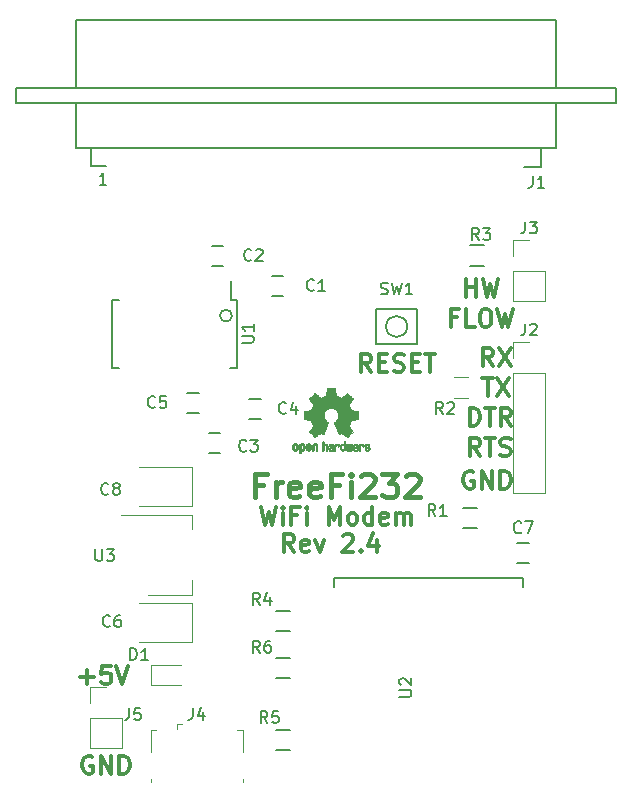
<source format=gbr>
G04 #@! TF.FileFunction,Legend,Top*
%FSLAX46Y46*%
G04 Gerber Fmt 4.6, Leading zero omitted, Abs format (unit mm)*
G04 Created by KiCad (PCBNEW 4.0.7) date Friday, 06 July 2018 'PMt' 22:00:49*
%MOMM*%
%LPD*%
G01*
G04 APERTURE LIST*
%ADD10C,0.100000*%
%ADD11C,0.300000*%
%ADD12C,0.400000*%
%ADD13C,0.200000*%
%ADD14C,0.120000*%
%ADD15C,0.152400*%
%ADD16C,0.150000*%
%ADD17C,0.010000*%
G04 APERTURE END LIST*
D10*
D11*
X148022858Y-112438571D02*
X147522858Y-111724286D01*
X147165715Y-112438571D02*
X147165715Y-110938571D01*
X147737143Y-110938571D01*
X147880001Y-111010000D01*
X147951429Y-111081429D01*
X148022858Y-111224286D01*
X148022858Y-111438571D01*
X147951429Y-111581429D01*
X147880001Y-111652857D01*
X147737143Y-111724286D01*
X147165715Y-111724286D01*
X149237143Y-112367143D02*
X149094286Y-112438571D01*
X148808572Y-112438571D01*
X148665715Y-112367143D01*
X148594286Y-112224286D01*
X148594286Y-111652857D01*
X148665715Y-111510000D01*
X148808572Y-111438571D01*
X149094286Y-111438571D01*
X149237143Y-111510000D01*
X149308572Y-111652857D01*
X149308572Y-111795714D01*
X148594286Y-111938571D01*
X149808572Y-111438571D02*
X150165715Y-112438571D01*
X150522857Y-111438571D01*
X152165714Y-111081429D02*
X152237143Y-111010000D01*
X152380000Y-110938571D01*
X152737143Y-110938571D01*
X152880000Y-111010000D01*
X152951429Y-111081429D01*
X153022857Y-111224286D01*
X153022857Y-111367143D01*
X152951429Y-111581429D01*
X152094286Y-112438571D01*
X153022857Y-112438571D01*
X153665714Y-112295714D02*
X153737142Y-112367143D01*
X153665714Y-112438571D01*
X153594285Y-112367143D01*
X153665714Y-112295714D01*
X153665714Y-112438571D01*
X155022857Y-111438571D02*
X155022857Y-112438571D01*
X154665714Y-110867143D02*
X154308571Y-111938571D01*
X155237143Y-111938571D01*
X145209429Y-108652571D02*
X145566572Y-110152571D01*
X145852286Y-109081143D01*
X146138000Y-110152571D01*
X146495143Y-108652571D01*
X147066572Y-110152571D02*
X147066572Y-109152571D01*
X147066572Y-108652571D02*
X146995143Y-108724000D01*
X147066572Y-108795429D01*
X147138000Y-108724000D01*
X147066572Y-108652571D01*
X147066572Y-108795429D01*
X148280858Y-109366857D02*
X147780858Y-109366857D01*
X147780858Y-110152571D02*
X147780858Y-108652571D01*
X148495144Y-108652571D01*
X149066572Y-110152571D02*
X149066572Y-109152571D01*
X149066572Y-108652571D02*
X148995143Y-108724000D01*
X149066572Y-108795429D01*
X149138000Y-108724000D01*
X149066572Y-108652571D01*
X149066572Y-108795429D01*
X150923715Y-110152571D02*
X150923715Y-108652571D01*
X151423715Y-109724000D01*
X151923715Y-108652571D01*
X151923715Y-110152571D01*
X152852287Y-110152571D02*
X152709429Y-110081143D01*
X152638001Y-110009714D01*
X152566572Y-109866857D01*
X152566572Y-109438286D01*
X152638001Y-109295429D01*
X152709429Y-109224000D01*
X152852287Y-109152571D01*
X153066572Y-109152571D01*
X153209429Y-109224000D01*
X153280858Y-109295429D01*
X153352287Y-109438286D01*
X153352287Y-109866857D01*
X153280858Y-110009714D01*
X153209429Y-110081143D01*
X153066572Y-110152571D01*
X152852287Y-110152571D01*
X154638001Y-110152571D02*
X154638001Y-108652571D01*
X154638001Y-110081143D02*
X154495144Y-110152571D01*
X154209430Y-110152571D01*
X154066572Y-110081143D01*
X153995144Y-110009714D01*
X153923715Y-109866857D01*
X153923715Y-109438286D01*
X153995144Y-109295429D01*
X154066572Y-109224000D01*
X154209430Y-109152571D01*
X154495144Y-109152571D01*
X154638001Y-109224000D01*
X155923715Y-110081143D02*
X155780858Y-110152571D01*
X155495144Y-110152571D01*
X155352287Y-110081143D01*
X155280858Y-109938286D01*
X155280858Y-109366857D01*
X155352287Y-109224000D01*
X155495144Y-109152571D01*
X155780858Y-109152571D01*
X155923715Y-109224000D01*
X155995144Y-109366857D01*
X155995144Y-109509714D01*
X155280858Y-109652571D01*
X156638001Y-110152571D02*
X156638001Y-109152571D01*
X156638001Y-109295429D02*
X156709429Y-109224000D01*
X156852287Y-109152571D01*
X157066572Y-109152571D01*
X157209429Y-109224000D01*
X157280858Y-109366857D01*
X157280858Y-110152571D01*
X157280858Y-109366857D02*
X157352287Y-109224000D01*
X157495144Y-109152571D01*
X157709429Y-109152571D01*
X157852287Y-109224000D01*
X157923715Y-109366857D01*
X157923715Y-110152571D01*
D12*
X145399904Y-106791143D02*
X144733237Y-106791143D01*
X144733237Y-107838762D02*
X144733237Y-105838762D01*
X145685618Y-105838762D01*
X146447523Y-107838762D02*
X146447523Y-106505429D01*
X146447523Y-106886381D02*
X146542762Y-106695905D01*
X146638000Y-106600667D01*
X146828476Y-106505429D01*
X147018952Y-106505429D01*
X148447523Y-107743524D02*
X148257047Y-107838762D01*
X147876095Y-107838762D01*
X147685618Y-107743524D01*
X147590380Y-107553048D01*
X147590380Y-106791143D01*
X147685618Y-106600667D01*
X147876095Y-106505429D01*
X148257047Y-106505429D01*
X148447523Y-106600667D01*
X148542761Y-106791143D01*
X148542761Y-106981619D01*
X147590380Y-107172095D01*
X150161809Y-107743524D02*
X149971333Y-107838762D01*
X149590381Y-107838762D01*
X149399904Y-107743524D01*
X149304666Y-107553048D01*
X149304666Y-106791143D01*
X149399904Y-106600667D01*
X149590381Y-106505429D01*
X149971333Y-106505429D01*
X150161809Y-106600667D01*
X150257047Y-106791143D01*
X150257047Y-106981619D01*
X149304666Y-107172095D01*
X151780857Y-106791143D02*
X151114190Y-106791143D01*
X151114190Y-107838762D02*
X151114190Y-105838762D01*
X152066571Y-105838762D01*
X152828476Y-107838762D02*
X152828476Y-106505429D01*
X152828476Y-105838762D02*
X152733238Y-105934000D01*
X152828476Y-106029238D01*
X152923715Y-105934000D01*
X152828476Y-105838762D01*
X152828476Y-106029238D01*
X153685619Y-106029238D02*
X153780857Y-105934000D01*
X153971334Y-105838762D01*
X154447524Y-105838762D01*
X154638000Y-105934000D01*
X154733238Y-106029238D01*
X154828477Y-106219714D01*
X154828477Y-106410190D01*
X154733238Y-106695905D01*
X153590381Y-107838762D01*
X154828477Y-107838762D01*
X155495143Y-105838762D02*
X156733239Y-105838762D01*
X156066572Y-106600667D01*
X156352286Y-106600667D01*
X156542762Y-106695905D01*
X156638000Y-106791143D01*
X156733239Y-106981619D01*
X156733239Y-107457810D01*
X156638000Y-107648286D01*
X156542762Y-107743524D01*
X156352286Y-107838762D01*
X155780858Y-107838762D01*
X155590381Y-107743524D01*
X155495143Y-107648286D01*
X157495143Y-106029238D02*
X157590381Y-105934000D01*
X157780858Y-105838762D01*
X158257048Y-105838762D01*
X158447524Y-105934000D01*
X158542762Y-106029238D01*
X158638001Y-106219714D01*
X158638001Y-106410190D01*
X158542762Y-106695905D01*
X157399905Y-107838762D01*
X158638001Y-107838762D01*
D13*
X142748000Y-92456000D02*
G75*
G03X142748000Y-92456000I-508000J0D01*
G01*
D11*
X130937143Y-129806000D02*
X130794286Y-129734571D01*
X130580000Y-129734571D01*
X130365715Y-129806000D01*
X130222857Y-129948857D01*
X130151429Y-130091714D01*
X130080000Y-130377429D01*
X130080000Y-130591714D01*
X130151429Y-130877429D01*
X130222857Y-131020286D01*
X130365715Y-131163143D01*
X130580000Y-131234571D01*
X130722857Y-131234571D01*
X130937143Y-131163143D01*
X131008572Y-131091714D01*
X131008572Y-130591714D01*
X130722857Y-130591714D01*
X131651429Y-131234571D02*
X131651429Y-129734571D01*
X132508572Y-131234571D01*
X132508572Y-129734571D01*
X133222858Y-131234571D02*
X133222858Y-129734571D01*
X133580001Y-129734571D01*
X133794286Y-129806000D01*
X133937144Y-129948857D01*
X134008572Y-130091714D01*
X134080001Y-130377429D01*
X134080001Y-130591714D01*
X134008572Y-130877429D01*
X133937144Y-131020286D01*
X133794286Y-131163143D01*
X133580001Y-131234571D01*
X133222858Y-131234571D01*
X129897429Y-123043143D02*
X131040286Y-123043143D01*
X130468857Y-123614571D02*
X130468857Y-122471714D01*
X132468858Y-122114571D02*
X131754572Y-122114571D01*
X131683143Y-122828857D01*
X131754572Y-122757429D01*
X131897429Y-122686000D01*
X132254572Y-122686000D01*
X132397429Y-122757429D01*
X132468858Y-122828857D01*
X132540286Y-122971714D01*
X132540286Y-123328857D01*
X132468858Y-123471714D01*
X132397429Y-123543143D01*
X132254572Y-123614571D01*
X131897429Y-123614571D01*
X131754572Y-123543143D01*
X131683143Y-123471714D01*
X132968857Y-122114571D02*
X133468857Y-123614571D01*
X133968857Y-122114571D01*
X154539429Y-97198571D02*
X154039429Y-96484286D01*
X153682286Y-97198571D02*
X153682286Y-95698571D01*
X154253714Y-95698571D01*
X154396572Y-95770000D01*
X154468000Y-95841429D01*
X154539429Y-95984286D01*
X154539429Y-96198571D01*
X154468000Y-96341429D01*
X154396572Y-96412857D01*
X154253714Y-96484286D01*
X153682286Y-96484286D01*
X155182286Y-96412857D02*
X155682286Y-96412857D01*
X155896572Y-97198571D02*
X155182286Y-97198571D01*
X155182286Y-95698571D01*
X155896572Y-95698571D01*
X156468000Y-97127143D02*
X156682286Y-97198571D01*
X157039429Y-97198571D01*
X157182286Y-97127143D01*
X157253715Y-97055714D01*
X157325143Y-96912857D01*
X157325143Y-96770000D01*
X157253715Y-96627143D01*
X157182286Y-96555714D01*
X157039429Y-96484286D01*
X156753715Y-96412857D01*
X156610857Y-96341429D01*
X156539429Y-96270000D01*
X156468000Y-96127143D01*
X156468000Y-95984286D01*
X156539429Y-95841429D01*
X156610857Y-95770000D01*
X156753715Y-95698571D01*
X157110857Y-95698571D01*
X157325143Y-95770000D01*
X157968000Y-96412857D02*
X158468000Y-96412857D01*
X158682286Y-97198571D02*
X157968000Y-97198571D01*
X157968000Y-95698571D01*
X158682286Y-95698571D01*
X159110857Y-95698571D02*
X159968000Y-95698571D01*
X159539429Y-97198571D02*
X159539429Y-95698571D01*
X163770572Y-104310571D02*
X163270572Y-103596286D01*
X162913429Y-104310571D02*
X162913429Y-102810571D01*
X163484857Y-102810571D01*
X163627715Y-102882000D01*
X163699143Y-102953429D01*
X163770572Y-103096286D01*
X163770572Y-103310571D01*
X163699143Y-103453429D01*
X163627715Y-103524857D01*
X163484857Y-103596286D01*
X162913429Y-103596286D01*
X164199143Y-102810571D02*
X165056286Y-102810571D01*
X164627715Y-104310571D02*
X164627715Y-102810571D01*
X165484857Y-104239143D02*
X165699143Y-104310571D01*
X166056286Y-104310571D01*
X166199143Y-104239143D01*
X166270572Y-104167714D01*
X166342000Y-104024857D01*
X166342000Y-103882000D01*
X166270572Y-103739143D01*
X166199143Y-103667714D01*
X166056286Y-103596286D01*
X165770572Y-103524857D01*
X165627714Y-103453429D01*
X165556286Y-103382000D01*
X165484857Y-103239143D01*
X165484857Y-103096286D01*
X165556286Y-102953429D01*
X165627714Y-102882000D01*
X165770572Y-102810571D01*
X166127714Y-102810571D01*
X166342000Y-102882000D01*
X163195143Y-105676000D02*
X163052286Y-105604571D01*
X162838000Y-105604571D01*
X162623715Y-105676000D01*
X162480857Y-105818857D01*
X162409429Y-105961714D01*
X162338000Y-106247429D01*
X162338000Y-106461714D01*
X162409429Y-106747429D01*
X162480857Y-106890286D01*
X162623715Y-107033143D01*
X162838000Y-107104571D01*
X162980857Y-107104571D01*
X163195143Y-107033143D01*
X163266572Y-106961714D01*
X163266572Y-106461714D01*
X162980857Y-106461714D01*
X163909429Y-107104571D02*
X163909429Y-105604571D01*
X164766572Y-107104571D01*
X164766572Y-105604571D01*
X165480858Y-107104571D02*
X165480858Y-105604571D01*
X165838001Y-105604571D01*
X166052286Y-105676000D01*
X166195144Y-105818857D01*
X166266572Y-105961714D01*
X166338001Y-106247429D01*
X166338001Y-106461714D01*
X166266572Y-106747429D01*
X166195144Y-106890286D01*
X166052286Y-107033143D01*
X165838001Y-107104571D01*
X165480858Y-107104571D01*
X162877715Y-101770571D02*
X162877715Y-100270571D01*
X163234858Y-100270571D01*
X163449143Y-100342000D01*
X163592001Y-100484857D01*
X163663429Y-100627714D01*
X163734858Y-100913429D01*
X163734858Y-101127714D01*
X163663429Y-101413429D01*
X163592001Y-101556286D01*
X163449143Y-101699143D01*
X163234858Y-101770571D01*
X162877715Y-101770571D01*
X164163429Y-100270571D02*
X165020572Y-100270571D01*
X164592001Y-101770571D02*
X164592001Y-100270571D01*
X166377715Y-101770571D02*
X165877715Y-101056286D01*
X165520572Y-101770571D02*
X165520572Y-100270571D01*
X166092000Y-100270571D01*
X166234858Y-100342000D01*
X166306286Y-100413429D01*
X166377715Y-100556286D01*
X166377715Y-100770571D01*
X166306286Y-100913429D01*
X166234858Y-100984857D01*
X166092000Y-101056286D01*
X165520572Y-101056286D01*
X164850001Y-96690571D02*
X164350001Y-95976286D01*
X163992858Y-96690571D02*
X163992858Y-95190571D01*
X164564286Y-95190571D01*
X164707144Y-95262000D01*
X164778572Y-95333429D01*
X164850001Y-95476286D01*
X164850001Y-95690571D01*
X164778572Y-95833429D01*
X164707144Y-95904857D01*
X164564286Y-95976286D01*
X163992858Y-95976286D01*
X165350001Y-95190571D02*
X166350001Y-96690571D01*
X166350001Y-95190571D02*
X165350001Y-96690571D01*
X163957143Y-97730571D02*
X164814286Y-97730571D01*
X164385715Y-99230571D02*
X164385715Y-97730571D01*
X165171429Y-97730571D02*
X166171429Y-99230571D01*
X166171429Y-97730571D02*
X165171429Y-99230571D01*
X162544286Y-90843571D02*
X162544286Y-89343571D01*
X162544286Y-90057857D02*
X163401429Y-90057857D01*
X163401429Y-90843571D02*
X163401429Y-89343571D01*
X163972858Y-89343571D02*
X164330001Y-90843571D01*
X164615715Y-89772143D01*
X164901429Y-90843571D01*
X165258572Y-89343571D01*
X161794286Y-92607857D02*
X161294286Y-92607857D01*
X161294286Y-93393571D02*
X161294286Y-91893571D01*
X162008572Y-91893571D01*
X163294286Y-93393571D02*
X162580000Y-93393571D01*
X162580000Y-91893571D01*
X164080000Y-91893571D02*
X164365714Y-91893571D01*
X164508572Y-91965000D01*
X164651429Y-92107857D01*
X164722857Y-92393571D01*
X164722857Y-92893571D01*
X164651429Y-93179286D01*
X164508572Y-93322143D01*
X164365714Y-93393571D01*
X164080000Y-93393571D01*
X163937143Y-93322143D01*
X163794286Y-93179286D01*
X163722857Y-92893571D01*
X163722857Y-92393571D01*
X163794286Y-92107857D01*
X163937143Y-91965000D01*
X164080000Y-91893571D01*
X165222858Y-91893571D02*
X165580001Y-93393571D01*
X165865715Y-92322143D01*
X166151429Y-93393571D01*
X166508572Y-91893571D01*
D14*
X139369329Y-116112843D02*
X139369329Y-114852843D01*
X139369329Y-109292843D02*
X139369329Y-110552843D01*
X135609329Y-116112843D02*
X139369329Y-116112843D01*
X133359329Y-109292843D02*
X139369329Y-109292843D01*
D15*
X167386000Y-115443000D02*
X167386000Y-114681000D01*
X167386000Y-114681000D02*
X151384000Y-114681000D01*
X151384000Y-114681000D02*
X151384000Y-115443000D01*
D16*
X143206000Y-91105000D02*
X142631000Y-91105000D01*
X143206000Y-96855000D02*
X142556000Y-96855000D01*
X132556000Y-96855000D02*
X133206000Y-96855000D01*
X132556000Y-91105000D02*
X133206000Y-91105000D01*
X143206000Y-91105000D02*
X143206000Y-96855000D01*
X132556000Y-91105000D02*
X132556000Y-96855000D01*
X142631000Y-91105000D02*
X142631000Y-89505000D01*
X146105500Y-90766000D02*
X147105500Y-90766000D01*
X147105500Y-89066000D02*
X146105500Y-89066000D01*
X141025500Y-88226000D02*
X142025500Y-88226000D01*
X142025500Y-86526000D02*
X141025500Y-86526000D01*
X140771500Y-104101000D02*
X141771500Y-104101000D01*
X141771500Y-102401000D02*
X140771500Y-102401000D01*
X144200500Y-101180000D02*
X145200500Y-101180000D01*
X145200500Y-99480000D02*
X144200500Y-99480000D01*
X138962000Y-100672000D02*
X139962000Y-100672000D01*
X139962000Y-98972000D02*
X138962000Y-98972000D01*
D14*
X139394329Y-120053843D02*
X134844329Y-120053843D01*
X139394329Y-116753843D02*
X134844329Y-116753843D01*
X139394329Y-120053843D02*
X139394329Y-116753843D01*
D16*
X167902000Y-111672000D02*
X166902000Y-111672000D01*
X166902000Y-113372000D02*
X167902000Y-113372000D01*
D14*
X139396329Y-108560343D02*
X134846329Y-108560343D01*
X139396329Y-105260343D02*
X134846329Y-105260343D01*
X139396329Y-108560343D02*
X139396329Y-105260343D01*
X135880000Y-122022500D02*
X135880000Y-123722500D01*
X135880000Y-123722500D02*
X138430000Y-123722500D01*
X135880000Y-122022500D02*
X138430000Y-122022500D01*
D16*
X168910000Y-78232000D02*
X168910000Y-79883000D01*
X168910000Y-79883000D02*
X167513000Y-79883000D01*
X130810000Y-78232000D02*
X130810000Y-79756000D01*
X130810000Y-79756000D02*
X132080000Y-79756000D01*
X170180000Y-78232000D02*
X129540000Y-78232000D01*
X129540000Y-78232000D02*
X129540000Y-74422000D01*
X129540000Y-74422000D02*
X170180000Y-74422000D01*
X170180000Y-74422000D02*
X170180000Y-78232000D01*
X129540000Y-74422000D02*
X124460000Y-74422000D01*
X124460000Y-74422000D02*
X124460000Y-73152000D01*
X124460000Y-73152000D02*
X175260000Y-73152000D01*
X175260000Y-73152000D02*
X175260000Y-74422000D01*
X175260000Y-74422000D02*
X170180000Y-74422000D01*
X129540000Y-73152000D02*
X129540000Y-67437000D01*
X129540000Y-67437000D02*
X170180000Y-67437000D01*
X170180000Y-67437000D02*
X170180000Y-73152000D01*
D14*
X166564000Y-107502000D02*
X169224000Y-107502000D01*
X166564000Y-97282000D02*
X166564000Y-107502000D01*
X169224000Y-97282000D02*
X169224000Y-107502000D01*
X166564000Y-97282000D02*
X169224000Y-97282000D01*
X166564000Y-96012000D02*
X166564000Y-94682000D01*
X166564000Y-94682000D02*
X167894000Y-94682000D01*
X166564000Y-91246000D02*
X169224000Y-91246000D01*
X166564000Y-88646000D02*
X166564000Y-91246000D01*
X169224000Y-88646000D02*
X169224000Y-91246000D01*
X166564000Y-88646000D02*
X169224000Y-88646000D01*
X166564000Y-87376000D02*
X166564000Y-86046000D01*
X166564000Y-86046000D02*
X167894000Y-86046000D01*
X130750000Y-129092000D02*
X133410000Y-129092000D01*
X130750000Y-126492000D02*
X130750000Y-129092000D01*
X133410000Y-126492000D02*
X133410000Y-129092000D01*
X130750000Y-126492000D02*
X133410000Y-126492000D01*
X130750000Y-125222000D02*
X130750000Y-123892000D01*
X130750000Y-123892000D02*
X132080000Y-123892000D01*
D16*
X162275000Y-108726000D02*
X163475000Y-108726000D01*
X163475000Y-110476000D02*
X162275000Y-110476000D01*
X164115000Y-88251000D02*
X162915000Y-88251000D01*
X162915000Y-86501000D02*
X164115000Y-86501000D01*
X147668500Y-119175500D02*
X146468500Y-119175500D01*
X146468500Y-117425500D02*
X147668500Y-117425500D01*
X146468500Y-127522000D02*
X147668500Y-127522000D01*
X147668500Y-129272000D02*
X146468500Y-129272000D01*
X146468500Y-121426000D02*
X147668500Y-121426000D01*
X147668500Y-123176000D02*
X146468500Y-123176000D01*
X157592026Y-93371500D02*
G75*
G03X157592026Y-93371500I-898026J0D01*
G01*
X158444000Y-94821500D02*
X158444000Y-91921500D01*
X154944000Y-94821500D02*
X158444000Y-94821500D01*
X158444000Y-91921500D02*
X154944000Y-91921500D01*
X154944000Y-91921500D02*
X154954000Y-94821500D01*
D14*
X135856900Y-127556000D02*
X136306900Y-127556000D01*
X135856900Y-129406000D02*
X135856900Y-127556000D01*
X143656900Y-131956000D02*
X143656900Y-131706000D01*
X135856900Y-131956000D02*
X135856900Y-131706000D01*
X143656900Y-129406000D02*
X143656900Y-127556000D01*
X143656900Y-127556000D02*
X143206900Y-127556000D01*
X138056900Y-127006000D02*
X138506900Y-127006000D01*
X138056900Y-127006000D02*
X138056900Y-127456000D01*
D17*
G36*
X148729744Y-103265918D02*
X148785201Y-103293568D01*
X148834148Y-103344480D01*
X148847629Y-103363338D01*
X148862314Y-103388015D01*
X148871842Y-103414816D01*
X148877293Y-103450587D01*
X148879747Y-103502169D01*
X148880286Y-103570267D01*
X148877852Y-103663588D01*
X148869394Y-103733657D01*
X148853174Y-103785931D01*
X148827454Y-103825869D01*
X148790497Y-103858929D01*
X148787782Y-103860886D01*
X148751360Y-103880908D01*
X148707502Y-103890815D01*
X148651724Y-103893257D01*
X148561048Y-103893257D01*
X148561010Y-103981283D01*
X148560166Y-104030308D01*
X148555024Y-104059065D01*
X148541587Y-104076311D01*
X148515858Y-104090808D01*
X148509679Y-104093769D01*
X148480764Y-104107648D01*
X148458376Y-104116414D01*
X148441729Y-104117171D01*
X148430036Y-104107023D01*
X148422510Y-104083073D01*
X148418366Y-104042426D01*
X148416815Y-103982186D01*
X148417071Y-103899455D01*
X148418349Y-103791339D01*
X148418748Y-103759000D01*
X148420185Y-103647524D01*
X148421472Y-103574603D01*
X148560971Y-103574603D01*
X148561755Y-103636499D01*
X148565240Y-103676997D01*
X148573124Y-103703708D01*
X148587105Y-103724244D01*
X148596597Y-103734260D01*
X148635404Y-103763567D01*
X148669763Y-103765952D01*
X148705216Y-103741750D01*
X148706114Y-103740857D01*
X148720539Y-103722153D01*
X148729313Y-103696732D01*
X148733739Y-103657584D01*
X148735118Y-103597697D01*
X148735143Y-103584430D01*
X148731812Y-103501901D01*
X148720969Y-103444691D01*
X148701340Y-103409766D01*
X148671650Y-103394094D01*
X148654491Y-103392514D01*
X148613766Y-103399926D01*
X148585832Y-103424330D01*
X148569017Y-103468980D01*
X148561650Y-103537130D01*
X148560971Y-103574603D01*
X148421472Y-103574603D01*
X148421708Y-103561245D01*
X148423677Y-103496333D01*
X148426450Y-103448958D01*
X148430388Y-103415290D01*
X148435849Y-103391498D01*
X148443192Y-103373753D01*
X148452777Y-103358224D01*
X148456887Y-103352381D01*
X148511405Y-103297185D01*
X148580336Y-103265890D01*
X148660072Y-103257165D01*
X148729744Y-103265918D01*
X148729744Y-103265918D01*
G37*
X148729744Y-103265918D02*
X148785201Y-103293568D01*
X148834148Y-103344480D01*
X148847629Y-103363338D01*
X148862314Y-103388015D01*
X148871842Y-103414816D01*
X148877293Y-103450587D01*
X148879747Y-103502169D01*
X148880286Y-103570267D01*
X148877852Y-103663588D01*
X148869394Y-103733657D01*
X148853174Y-103785931D01*
X148827454Y-103825869D01*
X148790497Y-103858929D01*
X148787782Y-103860886D01*
X148751360Y-103880908D01*
X148707502Y-103890815D01*
X148651724Y-103893257D01*
X148561048Y-103893257D01*
X148561010Y-103981283D01*
X148560166Y-104030308D01*
X148555024Y-104059065D01*
X148541587Y-104076311D01*
X148515858Y-104090808D01*
X148509679Y-104093769D01*
X148480764Y-104107648D01*
X148458376Y-104116414D01*
X148441729Y-104117171D01*
X148430036Y-104107023D01*
X148422510Y-104083073D01*
X148418366Y-104042426D01*
X148416815Y-103982186D01*
X148417071Y-103899455D01*
X148418349Y-103791339D01*
X148418748Y-103759000D01*
X148420185Y-103647524D01*
X148421472Y-103574603D01*
X148560971Y-103574603D01*
X148561755Y-103636499D01*
X148565240Y-103676997D01*
X148573124Y-103703708D01*
X148587105Y-103724244D01*
X148596597Y-103734260D01*
X148635404Y-103763567D01*
X148669763Y-103765952D01*
X148705216Y-103741750D01*
X148706114Y-103740857D01*
X148720539Y-103722153D01*
X148729313Y-103696732D01*
X148733739Y-103657584D01*
X148735118Y-103597697D01*
X148735143Y-103584430D01*
X148731812Y-103501901D01*
X148720969Y-103444691D01*
X148701340Y-103409766D01*
X148671650Y-103394094D01*
X148654491Y-103392514D01*
X148613766Y-103399926D01*
X148585832Y-103424330D01*
X148569017Y-103468980D01*
X148561650Y-103537130D01*
X148560971Y-103574603D01*
X148421472Y-103574603D01*
X148421708Y-103561245D01*
X148423677Y-103496333D01*
X148426450Y-103448958D01*
X148430388Y-103415290D01*
X148435849Y-103391498D01*
X148443192Y-103373753D01*
X148452777Y-103358224D01*
X148456887Y-103352381D01*
X148511405Y-103297185D01*
X148580336Y-103265890D01*
X148660072Y-103257165D01*
X148729744Y-103265918D01*
G36*
X149846093Y-103273780D02*
X149892672Y-103300723D01*
X149925057Y-103327466D01*
X149948742Y-103355484D01*
X149965059Y-103389748D01*
X149975339Y-103435227D01*
X149980914Y-103496892D01*
X149983116Y-103579711D01*
X149983371Y-103639246D01*
X149983371Y-103858391D01*
X149921686Y-103886044D01*
X149860000Y-103913697D01*
X149852743Y-103673670D01*
X149849744Y-103584028D01*
X149846598Y-103518962D01*
X149842701Y-103474026D01*
X149837447Y-103444770D01*
X149830231Y-103426748D01*
X149820450Y-103415511D01*
X149817312Y-103413079D01*
X149769761Y-103394083D01*
X149721697Y-103401600D01*
X149693086Y-103421543D01*
X149681447Y-103435675D01*
X149673391Y-103454220D01*
X149668271Y-103482334D01*
X149665441Y-103525173D01*
X149664256Y-103587895D01*
X149664057Y-103653261D01*
X149664018Y-103735268D01*
X149662614Y-103793316D01*
X149657914Y-103832465D01*
X149647987Y-103857780D01*
X149630903Y-103874323D01*
X149604732Y-103887156D01*
X149569775Y-103900491D01*
X149531596Y-103915007D01*
X149536141Y-103657389D01*
X149537971Y-103564519D01*
X149540112Y-103495889D01*
X149543181Y-103446711D01*
X149547794Y-103412198D01*
X149554568Y-103387562D01*
X149564119Y-103368016D01*
X149575634Y-103350770D01*
X149631190Y-103295680D01*
X149698980Y-103263822D01*
X149772713Y-103256191D01*
X149846093Y-103273780D01*
X149846093Y-103273780D01*
G37*
X149846093Y-103273780D02*
X149892672Y-103300723D01*
X149925057Y-103327466D01*
X149948742Y-103355484D01*
X149965059Y-103389748D01*
X149975339Y-103435227D01*
X149980914Y-103496892D01*
X149983116Y-103579711D01*
X149983371Y-103639246D01*
X149983371Y-103858391D01*
X149921686Y-103886044D01*
X149860000Y-103913697D01*
X149852743Y-103673670D01*
X149849744Y-103584028D01*
X149846598Y-103518962D01*
X149842701Y-103474026D01*
X149837447Y-103444770D01*
X149830231Y-103426748D01*
X149820450Y-103415511D01*
X149817312Y-103413079D01*
X149769761Y-103394083D01*
X149721697Y-103401600D01*
X149693086Y-103421543D01*
X149681447Y-103435675D01*
X149673391Y-103454220D01*
X149668271Y-103482334D01*
X149665441Y-103525173D01*
X149664256Y-103587895D01*
X149664057Y-103653261D01*
X149664018Y-103735268D01*
X149662614Y-103793316D01*
X149657914Y-103832465D01*
X149647987Y-103857780D01*
X149630903Y-103874323D01*
X149604732Y-103887156D01*
X149569775Y-103900491D01*
X149531596Y-103915007D01*
X149536141Y-103657389D01*
X149537971Y-103564519D01*
X149540112Y-103495889D01*
X149543181Y-103446711D01*
X149547794Y-103412198D01*
X149554568Y-103387562D01*
X149564119Y-103368016D01*
X149575634Y-103350770D01*
X149631190Y-103295680D01*
X149698980Y-103263822D01*
X149772713Y-103256191D01*
X149846093Y-103273780D01*
G36*
X148171115Y-103267962D02*
X148239145Y-103303733D01*
X148289351Y-103361301D01*
X148307185Y-103398312D01*
X148321063Y-103453882D01*
X148328167Y-103524096D01*
X148328840Y-103600727D01*
X148323427Y-103675552D01*
X148312270Y-103740342D01*
X148295714Y-103786873D01*
X148290626Y-103794887D01*
X148230355Y-103854707D01*
X148158769Y-103890535D01*
X148081092Y-103901020D01*
X148002548Y-103884810D01*
X147980689Y-103875092D01*
X147938122Y-103845143D01*
X147900763Y-103805433D01*
X147897232Y-103800397D01*
X147882881Y-103776124D01*
X147873394Y-103750178D01*
X147867790Y-103716022D01*
X147865086Y-103667119D01*
X147864299Y-103596935D01*
X147864286Y-103581200D01*
X147864322Y-103576192D01*
X148009429Y-103576192D01*
X148010273Y-103642430D01*
X148013596Y-103686386D01*
X148020583Y-103714779D01*
X148032416Y-103734325D01*
X148038457Y-103740857D01*
X148073186Y-103765680D01*
X148106903Y-103764548D01*
X148140995Y-103743016D01*
X148161329Y-103720029D01*
X148173371Y-103686478D01*
X148180134Y-103633569D01*
X148180598Y-103627399D01*
X148181752Y-103531513D01*
X148169688Y-103460299D01*
X148144570Y-103414194D01*
X148106560Y-103393635D01*
X148092992Y-103392514D01*
X148057364Y-103398152D01*
X148032994Y-103417686D01*
X148018093Y-103455042D01*
X148010875Y-103514150D01*
X148009429Y-103576192D01*
X147864322Y-103576192D01*
X147864826Y-103506413D01*
X147867096Y-103454159D01*
X147872068Y-103417949D01*
X147880713Y-103391299D01*
X147894005Y-103367722D01*
X147896943Y-103363338D01*
X147946313Y-103304249D01*
X148000109Y-103269947D01*
X148065602Y-103256331D01*
X148087842Y-103255665D01*
X148171115Y-103267962D01*
X148171115Y-103267962D01*
G37*
X148171115Y-103267962D02*
X148239145Y-103303733D01*
X148289351Y-103361301D01*
X148307185Y-103398312D01*
X148321063Y-103453882D01*
X148328167Y-103524096D01*
X148328840Y-103600727D01*
X148323427Y-103675552D01*
X148312270Y-103740342D01*
X148295714Y-103786873D01*
X148290626Y-103794887D01*
X148230355Y-103854707D01*
X148158769Y-103890535D01*
X148081092Y-103901020D01*
X148002548Y-103884810D01*
X147980689Y-103875092D01*
X147938122Y-103845143D01*
X147900763Y-103805433D01*
X147897232Y-103800397D01*
X147882881Y-103776124D01*
X147873394Y-103750178D01*
X147867790Y-103716022D01*
X147865086Y-103667119D01*
X147864299Y-103596935D01*
X147864286Y-103581200D01*
X147864322Y-103576192D01*
X148009429Y-103576192D01*
X148010273Y-103642430D01*
X148013596Y-103686386D01*
X148020583Y-103714779D01*
X148032416Y-103734325D01*
X148038457Y-103740857D01*
X148073186Y-103765680D01*
X148106903Y-103764548D01*
X148140995Y-103743016D01*
X148161329Y-103720029D01*
X148173371Y-103686478D01*
X148180134Y-103633569D01*
X148180598Y-103627399D01*
X148181752Y-103531513D01*
X148169688Y-103460299D01*
X148144570Y-103414194D01*
X148106560Y-103393635D01*
X148092992Y-103392514D01*
X148057364Y-103398152D01*
X148032994Y-103417686D01*
X148018093Y-103455042D01*
X148010875Y-103514150D01*
X148009429Y-103576192D01*
X147864322Y-103576192D01*
X147864826Y-103506413D01*
X147867096Y-103454159D01*
X147872068Y-103417949D01*
X147880713Y-103391299D01*
X147894005Y-103367722D01*
X147896943Y-103363338D01*
X147946313Y-103304249D01*
X148000109Y-103269947D01*
X148065602Y-103256331D01*
X148087842Y-103255665D01*
X148171115Y-103267962D01*
G36*
X149298303Y-103277239D02*
X149355527Y-103315735D01*
X149399749Y-103371335D01*
X149426167Y-103442086D01*
X149431510Y-103494162D01*
X149430903Y-103515893D01*
X149425822Y-103532531D01*
X149411855Y-103547437D01*
X149384589Y-103563973D01*
X149339612Y-103585498D01*
X149272511Y-103615374D01*
X149272171Y-103615524D01*
X149210407Y-103643813D01*
X149159759Y-103668933D01*
X149125404Y-103688179D01*
X149112518Y-103698848D01*
X149112514Y-103698934D01*
X149123872Y-103722166D01*
X149150431Y-103747774D01*
X149180923Y-103766221D01*
X149196370Y-103769886D01*
X149238515Y-103757212D01*
X149274808Y-103725471D01*
X149292517Y-103690572D01*
X149309552Y-103664845D01*
X149342922Y-103635546D01*
X149382149Y-103610235D01*
X149416756Y-103596471D01*
X149423993Y-103595714D01*
X149432139Y-103608160D01*
X149432630Y-103639972D01*
X149426643Y-103682866D01*
X149415357Y-103728558D01*
X149399950Y-103768761D01*
X149399171Y-103770322D01*
X149352804Y-103835062D01*
X149292711Y-103879097D01*
X149224465Y-103900711D01*
X149153638Y-103898185D01*
X149085804Y-103869804D01*
X149082788Y-103867808D01*
X149029427Y-103819448D01*
X148994340Y-103756352D01*
X148974922Y-103673387D01*
X148972316Y-103650078D01*
X148967701Y-103540055D01*
X148973233Y-103488748D01*
X149112514Y-103488748D01*
X149114324Y-103520753D01*
X149124222Y-103530093D01*
X149148898Y-103523105D01*
X149187795Y-103506587D01*
X149231275Y-103485881D01*
X149232356Y-103485333D01*
X149269209Y-103465949D01*
X149284000Y-103453013D01*
X149280353Y-103439451D01*
X149264995Y-103421632D01*
X149225923Y-103395845D01*
X149183846Y-103393950D01*
X149146103Y-103412717D01*
X149120034Y-103448915D01*
X149112514Y-103488748D01*
X148973233Y-103488748D01*
X148977194Y-103452027D01*
X149001550Y-103382212D01*
X149035456Y-103333302D01*
X149096653Y-103283878D01*
X149164063Y-103259359D01*
X149232880Y-103257797D01*
X149298303Y-103277239D01*
X149298303Y-103277239D01*
G37*
X149298303Y-103277239D02*
X149355527Y-103315735D01*
X149399749Y-103371335D01*
X149426167Y-103442086D01*
X149431510Y-103494162D01*
X149430903Y-103515893D01*
X149425822Y-103532531D01*
X149411855Y-103547437D01*
X149384589Y-103563973D01*
X149339612Y-103585498D01*
X149272511Y-103615374D01*
X149272171Y-103615524D01*
X149210407Y-103643813D01*
X149159759Y-103668933D01*
X149125404Y-103688179D01*
X149112518Y-103698848D01*
X149112514Y-103698934D01*
X149123872Y-103722166D01*
X149150431Y-103747774D01*
X149180923Y-103766221D01*
X149196370Y-103769886D01*
X149238515Y-103757212D01*
X149274808Y-103725471D01*
X149292517Y-103690572D01*
X149309552Y-103664845D01*
X149342922Y-103635546D01*
X149382149Y-103610235D01*
X149416756Y-103596471D01*
X149423993Y-103595714D01*
X149432139Y-103608160D01*
X149432630Y-103639972D01*
X149426643Y-103682866D01*
X149415357Y-103728558D01*
X149399950Y-103768761D01*
X149399171Y-103770322D01*
X149352804Y-103835062D01*
X149292711Y-103879097D01*
X149224465Y-103900711D01*
X149153638Y-103898185D01*
X149085804Y-103869804D01*
X149082788Y-103867808D01*
X149029427Y-103819448D01*
X148994340Y-103756352D01*
X148974922Y-103673387D01*
X148972316Y-103650078D01*
X148967701Y-103540055D01*
X148973233Y-103488748D01*
X149112514Y-103488748D01*
X149114324Y-103520753D01*
X149124222Y-103530093D01*
X149148898Y-103523105D01*
X149187795Y-103506587D01*
X149231275Y-103485881D01*
X149232356Y-103485333D01*
X149269209Y-103465949D01*
X149284000Y-103453013D01*
X149280353Y-103439451D01*
X149264995Y-103421632D01*
X149225923Y-103395845D01*
X149183846Y-103393950D01*
X149146103Y-103412717D01*
X149120034Y-103448915D01*
X149112514Y-103488748D01*
X148973233Y-103488748D01*
X148977194Y-103452027D01*
X149001550Y-103382212D01*
X149035456Y-103333302D01*
X149096653Y-103283878D01*
X149164063Y-103259359D01*
X149232880Y-103257797D01*
X149298303Y-103277239D01*
G36*
X150505886Y-103197289D02*
X150510139Y-103256613D01*
X150515025Y-103291572D01*
X150521795Y-103306820D01*
X150531702Y-103307015D01*
X150534914Y-103305195D01*
X150577644Y-103292015D01*
X150633227Y-103292785D01*
X150689737Y-103306333D01*
X150725082Y-103323861D01*
X150761321Y-103351861D01*
X150787813Y-103383549D01*
X150805999Y-103423813D01*
X150817322Y-103477543D01*
X150823222Y-103549626D01*
X150825143Y-103644951D01*
X150825177Y-103663237D01*
X150825200Y-103868646D01*
X150779491Y-103884580D01*
X150747027Y-103895420D01*
X150729215Y-103900468D01*
X150728691Y-103900514D01*
X150726937Y-103886828D01*
X150725444Y-103849076D01*
X150724326Y-103792224D01*
X150723697Y-103721234D01*
X150723600Y-103678073D01*
X150723398Y-103592973D01*
X150722358Y-103531981D01*
X150719831Y-103490177D01*
X150715164Y-103462642D01*
X150707707Y-103444456D01*
X150696811Y-103430698D01*
X150690007Y-103424073D01*
X150643272Y-103397375D01*
X150592272Y-103395375D01*
X150546001Y-103417955D01*
X150537444Y-103426107D01*
X150524893Y-103441436D01*
X150516188Y-103459618D01*
X150510631Y-103485909D01*
X150507526Y-103525562D01*
X150506176Y-103583832D01*
X150505886Y-103664173D01*
X150505886Y-103868646D01*
X150460177Y-103884580D01*
X150427713Y-103895420D01*
X150409901Y-103900468D01*
X150409377Y-103900514D01*
X150408037Y-103886623D01*
X150406828Y-103847439D01*
X150405801Y-103786700D01*
X150405002Y-103708141D01*
X150404481Y-103615498D01*
X150404286Y-103512509D01*
X150404286Y-103115342D01*
X150451457Y-103095444D01*
X150498629Y-103075547D01*
X150505886Y-103197289D01*
X150505886Y-103197289D01*
G37*
X150505886Y-103197289D02*
X150510139Y-103256613D01*
X150515025Y-103291572D01*
X150521795Y-103306820D01*
X150531702Y-103307015D01*
X150534914Y-103305195D01*
X150577644Y-103292015D01*
X150633227Y-103292785D01*
X150689737Y-103306333D01*
X150725082Y-103323861D01*
X150761321Y-103351861D01*
X150787813Y-103383549D01*
X150805999Y-103423813D01*
X150817322Y-103477543D01*
X150823222Y-103549626D01*
X150825143Y-103644951D01*
X150825177Y-103663237D01*
X150825200Y-103868646D01*
X150779491Y-103884580D01*
X150747027Y-103895420D01*
X150729215Y-103900468D01*
X150728691Y-103900514D01*
X150726937Y-103886828D01*
X150725444Y-103849076D01*
X150724326Y-103792224D01*
X150723697Y-103721234D01*
X150723600Y-103678073D01*
X150723398Y-103592973D01*
X150722358Y-103531981D01*
X150719831Y-103490177D01*
X150715164Y-103462642D01*
X150707707Y-103444456D01*
X150696811Y-103430698D01*
X150690007Y-103424073D01*
X150643272Y-103397375D01*
X150592272Y-103395375D01*
X150546001Y-103417955D01*
X150537444Y-103426107D01*
X150524893Y-103441436D01*
X150516188Y-103459618D01*
X150510631Y-103485909D01*
X150507526Y-103525562D01*
X150506176Y-103583832D01*
X150505886Y-103664173D01*
X150505886Y-103868646D01*
X150460177Y-103884580D01*
X150427713Y-103895420D01*
X150409901Y-103900468D01*
X150409377Y-103900514D01*
X150408037Y-103886623D01*
X150406828Y-103847439D01*
X150405801Y-103786700D01*
X150405002Y-103708141D01*
X150404481Y-103615498D01*
X150404286Y-103512509D01*
X150404286Y-103115342D01*
X150451457Y-103095444D01*
X150498629Y-103075547D01*
X150505886Y-103197289D01*
G36*
X151169744Y-103296968D02*
X151226616Y-103318087D01*
X151227267Y-103318493D01*
X151262440Y-103344380D01*
X151288407Y-103374633D01*
X151306670Y-103414058D01*
X151318732Y-103467462D01*
X151326096Y-103539651D01*
X151330264Y-103635432D01*
X151330629Y-103649078D01*
X151335876Y-103854842D01*
X151291716Y-103877678D01*
X151259763Y-103893110D01*
X151240470Y-103900423D01*
X151239578Y-103900514D01*
X151236239Y-103887022D01*
X151233587Y-103850626D01*
X151231956Y-103797452D01*
X151231600Y-103754393D01*
X151231592Y-103684641D01*
X151228403Y-103640837D01*
X151217288Y-103619944D01*
X151193501Y-103618925D01*
X151152296Y-103634741D01*
X151090086Y-103663815D01*
X151044341Y-103687963D01*
X151020813Y-103708913D01*
X151013896Y-103731747D01*
X151013886Y-103732877D01*
X151025299Y-103772212D01*
X151059092Y-103793462D01*
X151110809Y-103796539D01*
X151148061Y-103796006D01*
X151167703Y-103806735D01*
X151179952Y-103832505D01*
X151187002Y-103865337D01*
X151176842Y-103883966D01*
X151173017Y-103886632D01*
X151137001Y-103897340D01*
X151086566Y-103898856D01*
X151034626Y-103891759D01*
X150997822Y-103878788D01*
X150946938Y-103835585D01*
X150918014Y-103775446D01*
X150912286Y-103728462D01*
X150916657Y-103686082D01*
X150932475Y-103651488D01*
X150963797Y-103620763D01*
X151014678Y-103589990D01*
X151089176Y-103555252D01*
X151093714Y-103553288D01*
X151160821Y-103522287D01*
X151202232Y-103496862D01*
X151219981Y-103474014D01*
X151216107Y-103450745D01*
X151192643Y-103424056D01*
X151185627Y-103417914D01*
X151138630Y-103394100D01*
X151089933Y-103395103D01*
X151047522Y-103418451D01*
X151019384Y-103461675D01*
X151016769Y-103470160D01*
X150991308Y-103511308D01*
X150959001Y-103531128D01*
X150912286Y-103550770D01*
X150912286Y-103499950D01*
X150926496Y-103426082D01*
X150968675Y-103358327D01*
X150990624Y-103335661D01*
X151040517Y-103306569D01*
X151103967Y-103293400D01*
X151169744Y-103296968D01*
X151169744Y-103296968D01*
G37*
X151169744Y-103296968D02*
X151226616Y-103318087D01*
X151227267Y-103318493D01*
X151262440Y-103344380D01*
X151288407Y-103374633D01*
X151306670Y-103414058D01*
X151318732Y-103467462D01*
X151326096Y-103539651D01*
X151330264Y-103635432D01*
X151330629Y-103649078D01*
X151335876Y-103854842D01*
X151291716Y-103877678D01*
X151259763Y-103893110D01*
X151240470Y-103900423D01*
X151239578Y-103900514D01*
X151236239Y-103887022D01*
X151233587Y-103850626D01*
X151231956Y-103797452D01*
X151231600Y-103754393D01*
X151231592Y-103684641D01*
X151228403Y-103640837D01*
X151217288Y-103619944D01*
X151193501Y-103618925D01*
X151152296Y-103634741D01*
X151090086Y-103663815D01*
X151044341Y-103687963D01*
X151020813Y-103708913D01*
X151013896Y-103731747D01*
X151013886Y-103732877D01*
X151025299Y-103772212D01*
X151059092Y-103793462D01*
X151110809Y-103796539D01*
X151148061Y-103796006D01*
X151167703Y-103806735D01*
X151179952Y-103832505D01*
X151187002Y-103865337D01*
X151176842Y-103883966D01*
X151173017Y-103886632D01*
X151137001Y-103897340D01*
X151086566Y-103898856D01*
X151034626Y-103891759D01*
X150997822Y-103878788D01*
X150946938Y-103835585D01*
X150918014Y-103775446D01*
X150912286Y-103728462D01*
X150916657Y-103686082D01*
X150932475Y-103651488D01*
X150963797Y-103620763D01*
X151014678Y-103589990D01*
X151089176Y-103555252D01*
X151093714Y-103553288D01*
X151160821Y-103522287D01*
X151202232Y-103496862D01*
X151219981Y-103474014D01*
X151216107Y-103450745D01*
X151192643Y-103424056D01*
X151185627Y-103417914D01*
X151138630Y-103394100D01*
X151089933Y-103395103D01*
X151047522Y-103418451D01*
X151019384Y-103461675D01*
X151016769Y-103470160D01*
X150991308Y-103511308D01*
X150959001Y-103531128D01*
X150912286Y-103550770D01*
X150912286Y-103499950D01*
X150926496Y-103426082D01*
X150968675Y-103358327D01*
X150990624Y-103335661D01*
X151040517Y-103306569D01*
X151103967Y-103293400D01*
X151169744Y-103296968D01*
G36*
X151659926Y-103295755D02*
X151725858Y-103320084D01*
X151779273Y-103363117D01*
X151800164Y-103393409D01*
X151822939Y-103448994D01*
X151822466Y-103489186D01*
X151798562Y-103516217D01*
X151789717Y-103520813D01*
X151751530Y-103535144D01*
X151732028Y-103531472D01*
X151725422Y-103507407D01*
X151725086Y-103494114D01*
X151712992Y-103445210D01*
X151681471Y-103410999D01*
X151637659Y-103394476D01*
X151588695Y-103398634D01*
X151548894Y-103420227D01*
X151535450Y-103432544D01*
X151525921Y-103447487D01*
X151519485Y-103470075D01*
X151515317Y-103505328D01*
X151512597Y-103558266D01*
X151510502Y-103633907D01*
X151509960Y-103657857D01*
X151507981Y-103739790D01*
X151505731Y-103797455D01*
X151502357Y-103835608D01*
X151497006Y-103859004D01*
X151488824Y-103872398D01*
X151476959Y-103880545D01*
X151469362Y-103884144D01*
X151437102Y-103896452D01*
X151418111Y-103900514D01*
X151411836Y-103886948D01*
X151408006Y-103845934D01*
X151406600Y-103776999D01*
X151407598Y-103679669D01*
X151407908Y-103664657D01*
X151410101Y-103575859D01*
X151412693Y-103511019D01*
X151416382Y-103465067D01*
X151421864Y-103432935D01*
X151429835Y-103409553D01*
X151440993Y-103389852D01*
X151446830Y-103381410D01*
X151480296Y-103344057D01*
X151517727Y-103315003D01*
X151522309Y-103312467D01*
X151589426Y-103292443D01*
X151659926Y-103295755D01*
X151659926Y-103295755D01*
G37*
X151659926Y-103295755D02*
X151725858Y-103320084D01*
X151779273Y-103363117D01*
X151800164Y-103393409D01*
X151822939Y-103448994D01*
X151822466Y-103489186D01*
X151798562Y-103516217D01*
X151789717Y-103520813D01*
X151751530Y-103535144D01*
X151732028Y-103531472D01*
X151725422Y-103507407D01*
X151725086Y-103494114D01*
X151712992Y-103445210D01*
X151681471Y-103410999D01*
X151637659Y-103394476D01*
X151588695Y-103398634D01*
X151548894Y-103420227D01*
X151535450Y-103432544D01*
X151525921Y-103447487D01*
X151519485Y-103470075D01*
X151515317Y-103505328D01*
X151512597Y-103558266D01*
X151510502Y-103633907D01*
X151509960Y-103657857D01*
X151507981Y-103739790D01*
X151505731Y-103797455D01*
X151502357Y-103835608D01*
X151497006Y-103859004D01*
X151488824Y-103872398D01*
X151476959Y-103880545D01*
X151469362Y-103884144D01*
X151437102Y-103896452D01*
X151418111Y-103900514D01*
X151411836Y-103886948D01*
X151408006Y-103845934D01*
X151406600Y-103776999D01*
X151407598Y-103679669D01*
X151407908Y-103664657D01*
X151410101Y-103575859D01*
X151412693Y-103511019D01*
X151416382Y-103465067D01*
X151421864Y-103432935D01*
X151429835Y-103409553D01*
X151440993Y-103389852D01*
X151446830Y-103381410D01*
X151480296Y-103344057D01*
X151517727Y-103315003D01*
X151522309Y-103312467D01*
X151589426Y-103292443D01*
X151659926Y-103295755D01*
G36*
X152320117Y-103411358D02*
X152319933Y-103519837D01*
X152319219Y-103603287D01*
X152317675Y-103665704D01*
X152315001Y-103711085D01*
X152310894Y-103743429D01*
X152305055Y-103766733D01*
X152297182Y-103784995D01*
X152291221Y-103795418D01*
X152241855Y-103851945D01*
X152179264Y-103887377D01*
X152110013Y-103900090D01*
X152040668Y-103888463D01*
X151999375Y-103867568D01*
X151956025Y-103831422D01*
X151926481Y-103787276D01*
X151908655Y-103729462D01*
X151900463Y-103652313D01*
X151899302Y-103595714D01*
X151899458Y-103591647D01*
X152000857Y-103591647D01*
X152001476Y-103656550D01*
X152004314Y-103699514D01*
X152010840Y-103727622D01*
X152022523Y-103747953D01*
X152036483Y-103763288D01*
X152083365Y-103792890D01*
X152133701Y-103795419D01*
X152181276Y-103770705D01*
X152184979Y-103767356D01*
X152200783Y-103749935D01*
X152210693Y-103729209D01*
X152216058Y-103698362D01*
X152218228Y-103650577D01*
X152218571Y-103597748D01*
X152217827Y-103531381D01*
X152214748Y-103487106D01*
X152208061Y-103458009D01*
X152196496Y-103437173D01*
X152187013Y-103426107D01*
X152142960Y-103398198D01*
X152092224Y-103394843D01*
X152043796Y-103416159D01*
X152034450Y-103424073D01*
X152018540Y-103441647D01*
X152008610Y-103462587D01*
X152003278Y-103493782D01*
X152001163Y-103542122D01*
X152000857Y-103591647D01*
X151899458Y-103591647D01*
X151902810Y-103504568D01*
X151914726Y-103436086D01*
X151937135Y-103384600D01*
X151972124Y-103344443D01*
X151999375Y-103323861D01*
X152048907Y-103301625D01*
X152106316Y-103291304D01*
X152159682Y-103294067D01*
X152189543Y-103305212D01*
X152201261Y-103308383D01*
X152209037Y-103296557D01*
X152214465Y-103264866D01*
X152218571Y-103216593D01*
X152223067Y-103162829D01*
X152229313Y-103130482D01*
X152240676Y-103111985D01*
X152260528Y-103099770D01*
X152273000Y-103094362D01*
X152320171Y-103074601D01*
X152320117Y-103411358D01*
X152320117Y-103411358D01*
G37*
X152320117Y-103411358D02*
X152319933Y-103519837D01*
X152319219Y-103603287D01*
X152317675Y-103665704D01*
X152315001Y-103711085D01*
X152310894Y-103743429D01*
X152305055Y-103766733D01*
X152297182Y-103784995D01*
X152291221Y-103795418D01*
X152241855Y-103851945D01*
X152179264Y-103887377D01*
X152110013Y-103900090D01*
X152040668Y-103888463D01*
X151999375Y-103867568D01*
X151956025Y-103831422D01*
X151926481Y-103787276D01*
X151908655Y-103729462D01*
X151900463Y-103652313D01*
X151899302Y-103595714D01*
X151899458Y-103591647D01*
X152000857Y-103591647D01*
X152001476Y-103656550D01*
X152004314Y-103699514D01*
X152010840Y-103727622D01*
X152022523Y-103747953D01*
X152036483Y-103763288D01*
X152083365Y-103792890D01*
X152133701Y-103795419D01*
X152181276Y-103770705D01*
X152184979Y-103767356D01*
X152200783Y-103749935D01*
X152210693Y-103729209D01*
X152216058Y-103698362D01*
X152218228Y-103650577D01*
X152218571Y-103597748D01*
X152217827Y-103531381D01*
X152214748Y-103487106D01*
X152208061Y-103458009D01*
X152196496Y-103437173D01*
X152187013Y-103426107D01*
X152142960Y-103398198D01*
X152092224Y-103394843D01*
X152043796Y-103416159D01*
X152034450Y-103424073D01*
X152018540Y-103441647D01*
X152008610Y-103462587D01*
X152003278Y-103493782D01*
X152001163Y-103542122D01*
X152000857Y-103591647D01*
X151899458Y-103591647D01*
X151902810Y-103504568D01*
X151914726Y-103436086D01*
X151937135Y-103384600D01*
X151972124Y-103344443D01*
X151999375Y-103323861D01*
X152048907Y-103301625D01*
X152106316Y-103291304D01*
X152159682Y-103294067D01*
X152189543Y-103305212D01*
X152201261Y-103308383D01*
X152209037Y-103296557D01*
X152214465Y-103264866D01*
X152218571Y-103216593D01*
X152223067Y-103162829D01*
X152229313Y-103130482D01*
X152240676Y-103111985D01*
X152260528Y-103099770D01*
X152273000Y-103094362D01*
X152320171Y-103074601D01*
X152320117Y-103411358D01*
G36*
X152909833Y-103304663D02*
X152912048Y-103342850D01*
X152913784Y-103400886D01*
X152914899Y-103474180D01*
X152915257Y-103551055D01*
X152915257Y-103811196D01*
X152869326Y-103857127D01*
X152837675Y-103885429D01*
X152809890Y-103896893D01*
X152771915Y-103896168D01*
X152756840Y-103894321D01*
X152709726Y-103888948D01*
X152670756Y-103885869D01*
X152661257Y-103885585D01*
X152629233Y-103887445D01*
X152583432Y-103892114D01*
X152565674Y-103894321D01*
X152522057Y-103897735D01*
X152492745Y-103890320D01*
X152463680Y-103867427D01*
X152453188Y-103857127D01*
X152407257Y-103811196D01*
X152407257Y-103324602D01*
X152444226Y-103307758D01*
X152476059Y-103295282D01*
X152494683Y-103290914D01*
X152499458Y-103304718D01*
X152503921Y-103343286D01*
X152507775Y-103402356D01*
X152510722Y-103477663D01*
X152512143Y-103541286D01*
X152516114Y-103791657D01*
X152550759Y-103796556D01*
X152582268Y-103793131D01*
X152597708Y-103782041D01*
X152602023Y-103761308D01*
X152605708Y-103717145D01*
X152608469Y-103655146D01*
X152610012Y-103580909D01*
X152610235Y-103542706D01*
X152610457Y-103322783D01*
X152656166Y-103306849D01*
X152688518Y-103296015D01*
X152706115Y-103290962D01*
X152706623Y-103290914D01*
X152708388Y-103304648D01*
X152710329Y-103342730D01*
X152712282Y-103400482D01*
X152714084Y-103473227D01*
X152715343Y-103541286D01*
X152719314Y-103791657D01*
X152806400Y-103791657D01*
X152810396Y-103563240D01*
X152814392Y-103334822D01*
X152856847Y-103312868D01*
X152888192Y-103297793D01*
X152906744Y-103290951D01*
X152907279Y-103290914D01*
X152909833Y-103304663D01*
X152909833Y-103304663D01*
G37*
X152909833Y-103304663D02*
X152912048Y-103342850D01*
X152913784Y-103400886D01*
X152914899Y-103474180D01*
X152915257Y-103551055D01*
X152915257Y-103811196D01*
X152869326Y-103857127D01*
X152837675Y-103885429D01*
X152809890Y-103896893D01*
X152771915Y-103896168D01*
X152756840Y-103894321D01*
X152709726Y-103888948D01*
X152670756Y-103885869D01*
X152661257Y-103885585D01*
X152629233Y-103887445D01*
X152583432Y-103892114D01*
X152565674Y-103894321D01*
X152522057Y-103897735D01*
X152492745Y-103890320D01*
X152463680Y-103867427D01*
X152453188Y-103857127D01*
X152407257Y-103811196D01*
X152407257Y-103324602D01*
X152444226Y-103307758D01*
X152476059Y-103295282D01*
X152494683Y-103290914D01*
X152499458Y-103304718D01*
X152503921Y-103343286D01*
X152507775Y-103402356D01*
X152510722Y-103477663D01*
X152512143Y-103541286D01*
X152516114Y-103791657D01*
X152550759Y-103796556D01*
X152582268Y-103793131D01*
X152597708Y-103782041D01*
X152602023Y-103761308D01*
X152605708Y-103717145D01*
X152608469Y-103655146D01*
X152610012Y-103580909D01*
X152610235Y-103542706D01*
X152610457Y-103322783D01*
X152656166Y-103306849D01*
X152688518Y-103296015D01*
X152706115Y-103290962D01*
X152706623Y-103290914D01*
X152708388Y-103304648D01*
X152710329Y-103342730D01*
X152712282Y-103400482D01*
X152714084Y-103473227D01*
X152715343Y-103541286D01*
X152719314Y-103791657D01*
X152806400Y-103791657D01*
X152810396Y-103563240D01*
X152814392Y-103334822D01*
X152856847Y-103312868D01*
X152888192Y-103297793D01*
X152906744Y-103290951D01*
X152907279Y-103290914D01*
X152909833Y-103304663D01*
G36*
X153274876Y-103302335D02*
X153316667Y-103321344D01*
X153349469Y-103344378D01*
X153373503Y-103370133D01*
X153390097Y-103403358D01*
X153400577Y-103448800D01*
X153406271Y-103511207D01*
X153408507Y-103595327D01*
X153408743Y-103650721D01*
X153408743Y-103866826D01*
X153371774Y-103883670D01*
X153342656Y-103895981D01*
X153328231Y-103900514D01*
X153325472Y-103887025D01*
X153323282Y-103850653D01*
X153321942Y-103797542D01*
X153321657Y-103755372D01*
X153320434Y-103694447D01*
X153317136Y-103646115D01*
X153312321Y-103616518D01*
X153308496Y-103610229D01*
X153282783Y-103616652D01*
X153242418Y-103633125D01*
X153195679Y-103655458D01*
X153150845Y-103679457D01*
X153116193Y-103700930D01*
X153100002Y-103715685D01*
X153099938Y-103715845D01*
X153101330Y-103743152D01*
X153113818Y-103769219D01*
X153135743Y-103790392D01*
X153167743Y-103797474D01*
X153195092Y-103796649D01*
X153233826Y-103796042D01*
X153254158Y-103805116D01*
X153266369Y-103829092D01*
X153267909Y-103833613D01*
X153273203Y-103867806D01*
X153259047Y-103888568D01*
X153222148Y-103898462D01*
X153182289Y-103900292D01*
X153110562Y-103886727D01*
X153073432Y-103867355D01*
X153027576Y-103821845D01*
X153003256Y-103765983D01*
X153001073Y-103706957D01*
X153021629Y-103651953D01*
X153052549Y-103617486D01*
X153083420Y-103598189D01*
X153131942Y-103573759D01*
X153188485Y-103548985D01*
X153197910Y-103545199D01*
X153260019Y-103517791D01*
X153295822Y-103493634D01*
X153307337Y-103469619D01*
X153296580Y-103442635D01*
X153278114Y-103421543D01*
X153234469Y-103395572D01*
X153186446Y-103393624D01*
X153142406Y-103413637D01*
X153110709Y-103453551D01*
X153106549Y-103463848D01*
X153082327Y-103501724D01*
X153046965Y-103529842D01*
X153002343Y-103552917D01*
X153002343Y-103487485D01*
X153004969Y-103447506D01*
X153016230Y-103415997D01*
X153041199Y-103382378D01*
X153065169Y-103356484D01*
X153102441Y-103319817D01*
X153131401Y-103300121D01*
X153162505Y-103292220D01*
X153197713Y-103290914D01*
X153274876Y-103302335D01*
X153274876Y-103302335D01*
G37*
X153274876Y-103302335D02*
X153316667Y-103321344D01*
X153349469Y-103344378D01*
X153373503Y-103370133D01*
X153390097Y-103403358D01*
X153400577Y-103448800D01*
X153406271Y-103511207D01*
X153408507Y-103595327D01*
X153408743Y-103650721D01*
X153408743Y-103866826D01*
X153371774Y-103883670D01*
X153342656Y-103895981D01*
X153328231Y-103900514D01*
X153325472Y-103887025D01*
X153323282Y-103850653D01*
X153321942Y-103797542D01*
X153321657Y-103755372D01*
X153320434Y-103694447D01*
X153317136Y-103646115D01*
X153312321Y-103616518D01*
X153308496Y-103610229D01*
X153282783Y-103616652D01*
X153242418Y-103633125D01*
X153195679Y-103655458D01*
X153150845Y-103679457D01*
X153116193Y-103700930D01*
X153100002Y-103715685D01*
X153099938Y-103715845D01*
X153101330Y-103743152D01*
X153113818Y-103769219D01*
X153135743Y-103790392D01*
X153167743Y-103797474D01*
X153195092Y-103796649D01*
X153233826Y-103796042D01*
X153254158Y-103805116D01*
X153266369Y-103829092D01*
X153267909Y-103833613D01*
X153273203Y-103867806D01*
X153259047Y-103888568D01*
X153222148Y-103898462D01*
X153182289Y-103900292D01*
X153110562Y-103886727D01*
X153073432Y-103867355D01*
X153027576Y-103821845D01*
X153003256Y-103765983D01*
X153001073Y-103706957D01*
X153021629Y-103651953D01*
X153052549Y-103617486D01*
X153083420Y-103598189D01*
X153131942Y-103573759D01*
X153188485Y-103548985D01*
X153197910Y-103545199D01*
X153260019Y-103517791D01*
X153295822Y-103493634D01*
X153307337Y-103469619D01*
X153296580Y-103442635D01*
X153278114Y-103421543D01*
X153234469Y-103395572D01*
X153186446Y-103393624D01*
X153142406Y-103413637D01*
X153110709Y-103453551D01*
X153106549Y-103463848D01*
X153082327Y-103501724D01*
X153046965Y-103529842D01*
X153002343Y-103552917D01*
X153002343Y-103487485D01*
X153004969Y-103447506D01*
X153016230Y-103415997D01*
X153041199Y-103382378D01*
X153065169Y-103356484D01*
X153102441Y-103319817D01*
X153131401Y-103300121D01*
X153162505Y-103292220D01*
X153197713Y-103290914D01*
X153274876Y-103302335D01*
G36*
X153782600Y-103304752D02*
X153799948Y-103312334D01*
X153841356Y-103345128D01*
X153876765Y-103392547D01*
X153898664Y-103443151D01*
X153902229Y-103468098D01*
X153890279Y-103502927D01*
X153864067Y-103521357D01*
X153835964Y-103532516D01*
X153823095Y-103534572D01*
X153816829Y-103519649D01*
X153804456Y-103487175D01*
X153799028Y-103472502D01*
X153768590Y-103421744D01*
X153724520Y-103396427D01*
X153668010Y-103397206D01*
X153663825Y-103398203D01*
X153633655Y-103412507D01*
X153611476Y-103440393D01*
X153596327Y-103485287D01*
X153587250Y-103550615D01*
X153583286Y-103639804D01*
X153582914Y-103687261D01*
X153582730Y-103762071D01*
X153581522Y-103813069D01*
X153578309Y-103845471D01*
X153572109Y-103864495D01*
X153561940Y-103875356D01*
X153546819Y-103883272D01*
X153545946Y-103883670D01*
X153516828Y-103895981D01*
X153502403Y-103900514D01*
X153500186Y-103886809D01*
X153498289Y-103848925D01*
X153496847Y-103791715D01*
X153495998Y-103720027D01*
X153495829Y-103667565D01*
X153496692Y-103566047D01*
X153500070Y-103489032D01*
X153507142Y-103432023D01*
X153519088Y-103390526D01*
X153537090Y-103360043D01*
X153562327Y-103336080D01*
X153587247Y-103319355D01*
X153647171Y-103297097D01*
X153716911Y-103292076D01*
X153782600Y-103304752D01*
X153782600Y-103304752D01*
G37*
X153782600Y-103304752D02*
X153799948Y-103312334D01*
X153841356Y-103345128D01*
X153876765Y-103392547D01*
X153898664Y-103443151D01*
X153902229Y-103468098D01*
X153890279Y-103502927D01*
X153864067Y-103521357D01*
X153835964Y-103532516D01*
X153823095Y-103534572D01*
X153816829Y-103519649D01*
X153804456Y-103487175D01*
X153799028Y-103472502D01*
X153768590Y-103421744D01*
X153724520Y-103396427D01*
X153668010Y-103397206D01*
X153663825Y-103398203D01*
X153633655Y-103412507D01*
X153611476Y-103440393D01*
X153596327Y-103485287D01*
X153587250Y-103550615D01*
X153583286Y-103639804D01*
X153582914Y-103687261D01*
X153582730Y-103762071D01*
X153581522Y-103813069D01*
X153578309Y-103845471D01*
X153572109Y-103864495D01*
X153561940Y-103875356D01*
X153546819Y-103883272D01*
X153545946Y-103883670D01*
X153516828Y-103895981D01*
X153502403Y-103900514D01*
X153500186Y-103886809D01*
X153498289Y-103848925D01*
X153496847Y-103791715D01*
X153495998Y-103720027D01*
X153495829Y-103667565D01*
X153496692Y-103566047D01*
X153500070Y-103489032D01*
X153507142Y-103432023D01*
X153519088Y-103390526D01*
X153537090Y-103360043D01*
X153562327Y-103336080D01*
X153587247Y-103319355D01*
X153647171Y-103297097D01*
X153716911Y-103292076D01*
X153782600Y-103304752D01*
G36*
X154283595Y-103312966D02*
X154341021Y-103350497D01*
X154368719Y-103384096D01*
X154390662Y-103445064D01*
X154392405Y-103493308D01*
X154388457Y-103557816D01*
X154239686Y-103622934D01*
X154167349Y-103656202D01*
X154120084Y-103682964D01*
X154095507Y-103706144D01*
X154091237Y-103728667D01*
X154104889Y-103753455D01*
X154119943Y-103769886D01*
X154163746Y-103796235D01*
X154211389Y-103798081D01*
X154255145Y-103777546D01*
X154287289Y-103736752D01*
X154293038Y-103722347D01*
X154320576Y-103677356D01*
X154352258Y-103658182D01*
X154395714Y-103641779D01*
X154395714Y-103703966D01*
X154391872Y-103746283D01*
X154376823Y-103781969D01*
X154345280Y-103822943D01*
X154340592Y-103828267D01*
X154305506Y-103864720D01*
X154275347Y-103884283D01*
X154237615Y-103893283D01*
X154206335Y-103896230D01*
X154150385Y-103896965D01*
X154110555Y-103887660D01*
X154085708Y-103873846D01*
X154046656Y-103843467D01*
X154019625Y-103810613D01*
X154002517Y-103769294D01*
X153993238Y-103713521D01*
X153989693Y-103637305D01*
X153989410Y-103598622D01*
X153990372Y-103552247D01*
X154078007Y-103552247D01*
X154079023Y-103577126D01*
X154081556Y-103581200D01*
X154098274Y-103575665D01*
X154134249Y-103561017D01*
X154182331Y-103540190D01*
X154192386Y-103535714D01*
X154253152Y-103504814D01*
X154286632Y-103477657D01*
X154293990Y-103452220D01*
X154276391Y-103426481D01*
X154261856Y-103415109D01*
X154209410Y-103392364D01*
X154160322Y-103396122D01*
X154119227Y-103423884D01*
X154090758Y-103473152D01*
X154081631Y-103512257D01*
X154078007Y-103552247D01*
X153990372Y-103552247D01*
X153991285Y-103508249D01*
X153998196Y-103441384D01*
X154011884Y-103392695D01*
X154034096Y-103356849D01*
X154066574Y-103328513D01*
X154080733Y-103319355D01*
X154145053Y-103295507D01*
X154215473Y-103294006D01*
X154283595Y-103312966D01*
X154283595Y-103312966D01*
G37*
X154283595Y-103312966D02*
X154341021Y-103350497D01*
X154368719Y-103384096D01*
X154390662Y-103445064D01*
X154392405Y-103493308D01*
X154388457Y-103557816D01*
X154239686Y-103622934D01*
X154167349Y-103656202D01*
X154120084Y-103682964D01*
X154095507Y-103706144D01*
X154091237Y-103728667D01*
X154104889Y-103753455D01*
X154119943Y-103769886D01*
X154163746Y-103796235D01*
X154211389Y-103798081D01*
X154255145Y-103777546D01*
X154287289Y-103736752D01*
X154293038Y-103722347D01*
X154320576Y-103677356D01*
X154352258Y-103658182D01*
X154395714Y-103641779D01*
X154395714Y-103703966D01*
X154391872Y-103746283D01*
X154376823Y-103781969D01*
X154345280Y-103822943D01*
X154340592Y-103828267D01*
X154305506Y-103864720D01*
X154275347Y-103884283D01*
X154237615Y-103893283D01*
X154206335Y-103896230D01*
X154150385Y-103896965D01*
X154110555Y-103887660D01*
X154085708Y-103873846D01*
X154046656Y-103843467D01*
X154019625Y-103810613D01*
X154002517Y-103769294D01*
X153993238Y-103713521D01*
X153989693Y-103637305D01*
X153989410Y-103598622D01*
X153990372Y-103552247D01*
X154078007Y-103552247D01*
X154079023Y-103577126D01*
X154081556Y-103581200D01*
X154098274Y-103575665D01*
X154134249Y-103561017D01*
X154182331Y-103540190D01*
X154192386Y-103535714D01*
X154253152Y-103504814D01*
X154286632Y-103477657D01*
X154293990Y-103452220D01*
X154276391Y-103426481D01*
X154261856Y-103415109D01*
X154209410Y-103392364D01*
X154160322Y-103396122D01*
X154119227Y-103423884D01*
X154090758Y-103473152D01*
X154081631Y-103512257D01*
X154078007Y-103552247D01*
X153990372Y-103552247D01*
X153991285Y-103508249D01*
X153998196Y-103441384D01*
X154011884Y-103392695D01*
X154034096Y-103356849D01*
X154066574Y-103328513D01*
X154080733Y-103319355D01*
X154145053Y-103295507D01*
X154215473Y-103294006D01*
X154283595Y-103312966D01*
G36*
X151233910Y-98588348D02*
X151312454Y-98588778D01*
X151369298Y-98589942D01*
X151408105Y-98592207D01*
X151432538Y-98595940D01*
X151446262Y-98601506D01*
X151452940Y-98609273D01*
X151456236Y-98619605D01*
X151456556Y-98620943D01*
X151461562Y-98645079D01*
X151470829Y-98692701D01*
X151483392Y-98758741D01*
X151498287Y-98838128D01*
X151514551Y-98925796D01*
X151515119Y-98928875D01*
X151531410Y-99014789D01*
X151546652Y-99090696D01*
X151559861Y-99152045D01*
X151570054Y-99194282D01*
X151576248Y-99212855D01*
X151576543Y-99213184D01*
X151594788Y-99222253D01*
X151632405Y-99237367D01*
X151681271Y-99255262D01*
X151681543Y-99255358D01*
X151743093Y-99278493D01*
X151815657Y-99307965D01*
X151884057Y-99337597D01*
X151887294Y-99339062D01*
X151998702Y-99389626D01*
X152245399Y-99221160D01*
X152321077Y-99169803D01*
X152389631Y-99123889D01*
X152447088Y-99086030D01*
X152489476Y-99058837D01*
X152512825Y-99044921D01*
X152515042Y-99043889D01*
X152532010Y-99048484D01*
X152563701Y-99070655D01*
X152611352Y-99111447D01*
X152676198Y-99171905D01*
X152742397Y-99236227D01*
X152806214Y-99299612D01*
X152863329Y-99357451D01*
X152910305Y-99406175D01*
X152943703Y-99442210D01*
X152960085Y-99461984D01*
X152960694Y-99463002D01*
X152962505Y-99476572D01*
X152955683Y-99498733D01*
X152938540Y-99532478D01*
X152909393Y-99580800D01*
X152866555Y-99646692D01*
X152809448Y-99731517D01*
X152758766Y-99806177D01*
X152713461Y-99873140D01*
X152676150Y-99928516D01*
X152649452Y-99968420D01*
X152635985Y-99988962D01*
X152635137Y-99990356D01*
X152636781Y-100010038D01*
X152649245Y-100048293D01*
X152670048Y-100097889D01*
X152677462Y-100113728D01*
X152709814Y-100184290D01*
X152744328Y-100264353D01*
X152772365Y-100333629D01*
X152792568Y-100385045D01*
X152808615Y-100424119D01*
X152817888Y-100444541D01*
X152819041Y-100446114D01*
X152836096Y-100448721D01*
X152876298Y-100455863D01*
X152934302Y-100466523D01*
X153004763Y-100479685D01*
X153082335Y-100494333D01*
X153161672Y-100509449D01*
X153237431Y-100524018D01*
X153304264Y-100537022D01*
X153356828Y-100547445D01*
X153389776Y-100554270D01*
X153397857Y-100556199D01*
X153406205Y-100560962D01*
X153412506Y-100571718D01*
X153417045Y-100592098D01*
X153420104Y-100625734D01*
X153421967Y-100676255D01*
X153422918Y-100747292D01*
X153423240Y-100842476D01*
X153423257Y-100881492D01*
X153423257Y-101198799D01*
X153347057Y-101213839D01*
X153304663Y-101221995D01*
X153241400Y-101233899D01*
X153164962Y-101248116D01*
X153083043Y-101263210D01*
X153060400Y-101267355D01*
X152984806Y-101282053D01*
X152918953Y-101296505D01*
X152868366Y-101309375D01*
X152838574Y-101319322D01*
X152833612Y-101322287D01*
X152821426Y-101343283D01*
X152803953Y-101383967D01*
X152784577Y-101436322D01*
X152780734Y-101447600D01*
X152755339Y-101517523D01*
X152723817Y-101596418D01*
X152692969Y-101667266D01*
X152692817Y-101667595D01*
X152641447Y-101778733D01*
X152810399Y-102027253D01*
X152979352Y-102275772D01*
X152762429Y-102493058D01*
X152696819Y-102557726D01*
X152636979Y-102614733D01*
X152586267Y-102661033D01*
X152548046Y-102693584D01*
X152525675Y-102709343D01*
X152522466Y-102710343D01*
X152503626Y-102702469D01*
X152465180Y-102680578D01*
X152411330Y-102647267D01*
X152346276Y-102605131D01*
X152275940Y-102557943D01*
X152204555Y-102509810D01*
X152140908Y-102467928D01*
X152089041Y-102434871D01*
X152052995Y-102413218D01*
X152036867Y-102405543D01*
X152017189Y-102412037D01*
X151979875Y-102429150D01*
X151932621Y-102453326D01*
X151927612Y-102456013D01*
X151863977Y-102487927D01*
X151820341Y-102503579D01*
X151793202Y-102503745D01*
X151779057Y-102489204D01*
X151778975Y-102489000D01*
X151771905Y-102471779D01*
X151755042Y-102430899D01*
X151729695Y-102369525D01*
X151697171Y-102290819D01*
X151658778Y-102197947D01*
X151615822Y-102094072D01*
X151574222Y-101993502D01*
X151528504Y-101882516D01*
X151486526Y-101779703D01*
X151449548Y-101688215D01*
X151418827Y-101611201D01*
X151395622Y-101551815D01*
X151381190Y-101513209D01*
X151376743Y-101498800D01*
X151387896Y-101482272D01*
X151417069Y-101455930D01*
X151455971Y-101426887D01*
X151566757Y-101335039D01*
X151653351Y-101229759D01*
X151714716Y-101113266D01*
X151749815Y-100987776D01*
X151757608Y-100855507D01*
X151751943Y-100794457D01*
X151721078Y-100667795D01*
X151667920Y-100555941D01*
X151595767Y-100460001D01*
X151507917Y-100381076D01*
X151407665Y-100320270D01*
X151298310Y-100278687D01*
X151183147Y-100257428D01*
X151065475Y-100257599D01*
X150948590Y-100280301D01*
X150835789Y-100326638D01*
X150730369Y-100397713D01*
X150686368Y-100437911D01*
X150601979Y-100541129D01*
X150543222Y-100653925D01*
X150509704Y-100773010D01*
X150501035Y-100895095D01*
X150516823Y-101016893D01*
X150556678Y-101135116D01*
X150620207Y-101246475D01*
X150707021Y-101347684D01*
X150804029Y-101426887D01*
X150844437Y-101457162D01*
X150872982Y-101483219D01*
X150883257Y-101498825D01*
X150877877Y-101515843D01*
X150862575Y-101556500D01*
X150838612Y-101617642D01*
X150807244Y-101696119D01*
X150769732Y-101788780D01*
X150727333Y-101892472D01*
X150685663Y-101993526D01*
X150639690Y-102104607D01*
X150597107Y-102207541D01*
X150559221Y-102299165D01*
X150527340Y-102376316D01*
X150502771Y-102435831D01*
X150486820Y-102474544D01*
X150480910Y-102489000D01*
X150466948Y-102503685D01*
X150439940Y-102503642D01*
X150396413Y-102488099D01*
X150332890Y-102456284D01*
X150332388Y-102456013D01*
X150284560Y-102431323D01*
X150245897Y-102413338D01*
X150224095Y-102405614D01*
X150223133Y-102405543D01*
X150206721Y-102413378D01*
X150170487Y-102435165D01*
X150118474Y-102468328D01*
X150054725Y-102510291D01*
X149984060Y-102557943D01*
X149912116Y-102606191D01*
X149847274Y-102648151D01*
X149793735Y-102681227D01*
X149755697Y-102702821D01*
X149737533Y-102710343D01*
X149720808Y-102700457D01*
X149687180Y-102672826D01*
X149640010Y-102630495D01*
X149582658Y-102576505D01*
X149518484Y-102513899D01*
X149497497Y-102492983D01*
X149280499Y-102275623D01*
X149445668Y-102033220D01*
X149495864Y-101958781D01*
X149539919Y-101891972D01*
X149575362Y-101836665D01*
X149599719Y-101796729D01*
X149610522Y-101776036D01*
X149610838Y-101774563D01*
X149605143Y-101755058D01*
X149589826Y-101715822D01*
X149567537Y-101663430D01*
X149551893Y-101628355D01*
X149522641Y-101561201D01*
X149495094Y-101493358D01*
X149473737Y-101436034D01*
X149467935Y-101418572D01*
X149451452Y-101371938D01*
X149435340Y-101335905D01*
X149426490Y-101322287D01*
X149406960Y-101313952D01*
X149364334Y-101302137D01*
X149304145Y-101288181D01*
X149231922Y-101273422D01*
X149199600Y-101267355D01*
X149117522Y-101252273D01*
X149038795Y-101237669D01*
X148971109Y-101224980D01*
X148922160Y-101215642D01*
X148912943Y-101213839D01*
X148836743Y-101198799D01*
X148836743Y-100881492D01*
X148836914Y-100777154D01*
X148837616Y-100698213D01*
X148839134Y-100641038D01*
X148841749Y-100601999D01*
X148845746Y-100577465D01*
X148851409Y-100563805D01*
X148859020Y-100557389D01*
X148862143Y-100556199D01*
X148880978Y-100551980D01*
X148922588Y-100543562D01*
X148981630Y-100531961D01*
X149052757Y-100518195D01*
X149130625Y-100503280D01*
X149209887Y-100488232D01*
X149285198Y-100474069D01*
X149351213Y-100461806D01*
X149402587Y-100452461D01*
X149433975Y-100447050D01*
X149440959Y-100446114D01*
X149447285Y-100433596D01*
X149461290Y-100400246D01*
X149480355Y-100352377D01*
X149487634Y-100333629D01*
X149516996Y-100261195D01*
X149551571Y-100181170D01*
X149582537Y-100113728D01*
X149605323Y-100062159D01*
X149620482Y-100019785D01*
X149625542Y-99993834D01*
X149624736Y-99990356D01*
X149614041Y-99973936D01*
X149589620Y-99937417D01*
X149554095Y-99884687D01*
X149510087Y-99819635D01*
X149460217Y-99746151D01*
X149450356Y-99731645D01*
X149392492Y-99645704D01*
X149349956Y-99580261D01*
X149321054Y-99532304D01*
X149304090Y-99498820D01*
X149297367Y-99476795D01*
X149299190Y-99463217D01*
X149299236Y-99463131D01*
X149313586Y-99445297D01*
X149345323Y-99410817D01*
X149391010Y-99363268D01*
X149447204Y-99306222D01*
X149510468Y-99243255D01*
X149517602Y-99236227D01*
X149597330Y-99159020D01*
X149658857Y-99102330D01*
X149703421Y-99065110D01*
X149732257Y-99046315D01*
X149744958Y-99043889D01*
X149763494Y-99054471D01*
X149801961Y-99078916D01*
X149856386Y-99114612D01*
X149922798Y-99158947D01*
X149997225Y-99209311D01*
X150014601Y-99221160D01*
X150261297Y-99389626D01*
X150372706Y-99339062D01*
X150440457Y-99309595D01*
X150513183Y-99279959D01*
X150575703Y-99256330D01*
X150578457Y-99255358D01*
X150627360Y-99237457D01*
X150665057Y-99222320D01*
X150683425Y-99213210D01*
X150683456Y-99213184D01*
X150689285Y-99196717D01*
X150699192Y-99156219D01*
X150712195Y-99096242D01*
X150727309Y-99021340D01*
X150743552Y-98936064D01*
X150744881Y-98928875D01*
X150761175Y-98841014D01*
X150776133Y-98761260D01*
X150788791Y-98694681D01*
X150798186Y-98646347D01*
X150803354Y-98621325D01*
X150803444Y-98620943D01*
X150806589Y-98610299D01*
X150812704Y-98602262D01*
X150825453Y-98596467D01*
X150848500Y-98592547D01*
X150885509Y-98590135D01*
X150940144Y-98588865D01*
X151016067Y-98588371D01*
X151116944Y-98588286D01*
X151130000Y-98588286D01*
X151233910Y-98588348D01*
X151233910Y-98588348D01*
G37*
X151233910Y-98588348D02*
X151312454Y-98588778D01*
X151369298Y-98589942D01*
X151408105Y-98592207D01*
X151432538Y-98595940D01*
X151446262Y-98601506D01*
X151452940Y-98609273D01*
X151456236Y-98619605D01*
X151456556Y-98620943D01*
X151461562Y-98645079D01*
X151470829Y-98692701D01*
X151483392Y-98758741D01*
X151498287Y-98838128D01*
X151514551Y-98925796D01*
X151515119Y-98928875D01*
X151531410Y-99014789D01*
X151546652Y-99090696D01*
X151559861Y-99152045D01*
X151570054Y-99194282D01*
X151576248Y-99212855D01*
X151576543Y-99213184D01*
X151594788Y-99222253D01*
X151632405Y-99237367D01*
X151681271Y-99255262D01*
X151681543Y-99255358D01*
X151743093Y-99278493D01*
X151815657Y-99307965D01*
X151884057Y-99337597D01*
X151887294Y-99339062D01*
X151998702Y-99389626D01*
X152245399Y-99221160D01*
X152321077Y-99169803D01*
X152389631Y-99123889D01*
X152447088Y-99086030D01*
X152489476Y-99058837D01*
X152512825Y-99044921D01*
X152515042Y-99043889D01*
X152532010Y-99048484D01*
X152563701Y-99070655D01*
X152611352Y-99111447D01*
X152676198Y-99171905D01*
X152742397Y-99236227D01*
X152806214Y-99299612D01*
X152863329Y-99357451D01*
X152910305Y-99406175D01*
X152943703Y-99442210D01*
X152960085Y-99461984D01*
X152960694Y-99463002D01*
X152962505Y-99476572D01*
X152955683Y-99498733D01*
X152938540Y-99532478D01*
X152909393Y-99580800D01*
X152866555Y-99646692D01*
X152809448Y-99731517D01*
X152758766Y-99806177D01*
X152713461Y-99873140D01*
X152676150Y-99928516D01*
X152649452Y-99968420D01*
X152635985Y-99988962D01*
X152635137Y-99990356D01*
X152636781Y-100010038D01*
X152649245Y-100048293D01*
X152670048Y-100097889D01*
X152677462Y-100113728D01*
X152709814Y-100184290D01*
X152744328Y-100264353D01*
X152772365Y-100333629D01*
X152792568Y-100385045D01*
X152808615Y-100424119D01*
X152817888Y-100444541D01*
X152819041Y-100446114D01*
X152836096Y-100448721D01*
X152876298Y-100455863D01*
X152934302Y-100466523D01*
X153004763Y-100479685D01*
X153082335Y-100494333D01*
X153161672Y-100509449D01*
X153237431Y-100524018D01*
X153304264Y-100537022D01*
X153356828Y-100547445D01*
X153389776Y-100554270D01*
X153397857Y-100556199D01*
X153406205Y-100560962D01*
X153412506Y-100571718D01*
X153417045Y-100592098D01*
X153420104Y-100625734D01*
X153421967Y-100676255D01*
X153422918Y-100747292D01*
X153423240Y-100842476D01*
X153423257Y-100881492D01*
X153423257Y-101198799D01*
X153347057Y-101213839D01*
X153304663Y-101221995D01*
X153241400Y-101233899D01*
X153164962Y-101248116D01*
X153083043Y-101263210D01*
X153060400Y-101267355D01*
X152984806Y-101282053D01*
X152918953Y-101296505D01*
X152868366Y-101309375D01*
X152838574Y-101319322D01*
X152833612Y-101322287D01*
X152821426Y-101343283D01*
X152803953Y-101383967D01*
X152784577Y-101436322D01*
X152780734Y-101447600D01*
X152755339Y-101517523D01*
X152723817Y-101596418D01*
X152692969Y-101667266D01*
X152692817Y-101667595D01*
X152641447Y-101778733D01*
X152810399Y-102027253D01*
X152979352Y-102275772D01*
X152762429Y-102493058D01*
X152696819Y-102557726D01*
X152636979Y-102614733D01*
X152586267Y-102661033D01*
X152548046Y-102693584D01*
X152525675Y-102709343D01*
X152522466Y-102710343D01*
X152503626Y-102702469D01*
X152465180Y-102680578D01*
X152411330Y-102647267D01*
X152346276Y-102605131D01*
X152275940Y-102557943D01*
X152204555Y-102509810D01*
X152140908Y-102467928D01*
X152089041Y-102434871D01*
X152052995Y-102413218D01*
X152036867Y-102405543D01*
X152017189Y-102412037D01*
X151979875Y-102429150D01*
X151932621Y-102453326D01*
X151927612Y-102456013D01*
X151863977Y-102487927D01*
X151820341Y-102503579D01*
X151793202Y-102503745D01*
X151779057Y-102489204D01*
X151778975Y-102489000D01*
X151771905Y-102471779D01*
X151755042Y-102430899D01*
X151729695Y-102369525D01*
X151697171Y-102290819D01*
X151658778Y-102197947D01*
X151615822Y-102094072D01*
X151574222Y-101993502D01*
X151528504Y-101882516D01*
X151486526Y-101779703D01*
X151449548Y-101688215D01*
X151418827Y-101611201D01*
X151395622Y-101551815D01*
X151381190Y-101513209D01*
X151376743Y-101498800D01*
X151387896Y-101482272D01*
X151417069Y-101455930D01*
X151455971Y-101426887D01*
X151566757Y-101335039D01*
X151653351Y-101229759D01*
X151714716Y-101113266D01*
X151749815Y-100987776D01*
X151757608Y-100855507D01*
X151751943Y-100794457D01*
X151721078Y-100667795D01*
X151667920Y-100555941D01*
X151595767Y-100460001D01*
X151507917Y-100381076D01*
X151407665Y-100320270D01*
X151298310Y-100278687D01*
X151183147Y-100257428D01*
X151065475Y-100257599D01*
X150948590Y-100280301D01*
X150835789Y-100326638D01*
X150730369Y-100397713D01*
X150686368Y-100437911D01*
X150601979Y-100541129D01*
X150543222Y-100653925D01*
X150509704Y-100773010D01*
X150501035Y-100895095D01*
X150516823Y-101016893D01*
X150556678Y-101135116D01*
X150620207Y-101246475D01*
X150707021Y-101347684D01*
X150804029Y-101426887D01*
X150844437Y-101457162D01*
X150872982Y-101483219D01*
X150883257Y-101498825D01*
X150877877Y-101515843D01*
X150862575Y-101556500D01*
X150838612Y-101617642D01*
X150807244Y-101696119D01*
X150769732Y-101788780D01*
X150727333Y-101892472D01*
X150685663Y-101993526D01*
X150639690Y-102104607D01*
X150597107Y-102207541D01*
X150559221Y-102299165D01*
X150527340Y-102376316D01*
X150502771Y-102435831D01*
X150486820Y-102474544D01*
X150480910Y-102489000D01*
X150466948Y-102503685D01*
X150439940Y-102503642D01*
X150396413Y-102488099D01*
X150332890Y-102456284D01*
X150332388Y-102456013D01*
X150284560Y-102431323D01*
X150245897Y-102413338D01*
X150224095Y-102405614D01*
X150223133Y-102405543D01*
X150206721Y-102413378D01*
X150170487Y-102435165D01*
X150118474Y-102468328D01*
X150054725Y-102510291D01*
X149984060Y-102557943D01*
X149912116Y-102606191D01*
X149847274Y-102648151D01*
X149793735Y-102681227D01*
X149755697Y-102702821D01*
X149737533Y-102710343D01*
X149720808Y-102700457D01*
X149687180Y-102672826D01*
X149640010Y-102630495D01*
X149582658Y-102576505D01*
X149518484Y-102513899D01*
X149497497Y-102492983D01*
X149280499Y-102275623D01*
X149445668Y-102033220D01*
X149495864Y-101958781D01*
X149539919Y-101891972D01*
X149575362Y-101836665D01*
X149599719Y-101796729D01*
X149610522Y-101776036D01*
X149610838Y-101774563D01*
X149605143Y-101755058D01*
X149589826Y-101715822D01*
X149567537Y-101663430D01*
X149551893Y-101628355D01*
X149522641Y-101561201D01*
X149495094Y-101493358D01*
X149473737Y-101436034D01*
X149467935Y-101418572D01*
X149451452Y-101371938D01*
X149435340Y-101335905D01*
X149426490Y-101322287D01*
X149406960Y-101313952D01*
X149364334Y-101302137D01*
X149304145Y-101288181D01*
X149231922Y-101273422D01*
X149199600Y-101267355D01*
X149117522Y-101252273D01*
X149038795Y-101237669D01*
X148971109Y-101224980D01*
X148922160Y-101215642D01*
X148912943Y-101213839D01*
X148836743Y-101198799D01*
X148836743Y-100881492D01*
X148836914Y-100777154D01*
X148837616Y-100698213D01*
X148839134Y-100641038D01*
X148841749Y-100601999D01*
X148845746Y-100577465D01*
X148851409Y-100563805D01*
X148859020Y-100557389D01*
X148862143Y-100556199D01*
X148880978Y-100551980D01*
X148922588Y-100543562D01*
X148981630Y-100531961D01*
X149052757Y-100518195D01*
X149130625Y-100503280D01*
X149209887Y-100488232D01*
X149285198Y-100474069D01*
X149351213Y-100461806D01*
X149402587Y-100452461D01*
X149433975Y-100447050D01*
X149440959Y-100446114D01*
X149447285Y-100433596D01*
X149461290Y-100400246D01*
X149480355Y-100352377D01*
X149487634Y-100333629D01*
X149516996Y-100261195D01*
X149551571Y-100181170D01*
X149582537Y-100113728D01*
X149605323Y-100062159D01*
X149620482Y-100019785D01*
X149625542Y-99993834D01*
X149624736Y-99990356D01*
X149614041Y-99973936D01*
X149589620Y-99937417D01*
X149554095Y-99884687D01*
X149510087Y-99819635D01*
X149460217Y-99746151D01*
X149450356Y-99731645D01*
X149392492Y-99645704D01*
X149349956Y-99580261D01*
X149321054Y-99532304D01*
X149304090Y-99498820D01*
X149297367Y-99476795D01*
X149299190Y-99463217D01*
X149299236Y-99463131D01*
X149313586Y-99445297D01*
X149345323Y-99410817D01*
X149391010Y-99363268D01*
X149447204Y-99306222D01*
X149510468Y-99243255D01*
X149517602Y-99236227D01*
X149597330Y-99159020D01*
X149658857Y-99102330D01*
X149703421Y-99065110D01*
X149732257Y-99046315D01*
X149744958Y-99043889D01*
X149763494Y-99054471D01*
X149801961Y-99078916D01*
X149856386Y-99114612D01*
X149922798Y-99158947D01*
X149997225Y-99209311D01*
X150014601Y-99221160D01*
X150261297Y-99389626D01*
X150372706Y-99339062D01*
X150440457Y-99309595D01*
X150513183Y-99279959D01*
X150575703Y-99256330D01*
X150578457Y-99255358D01*
X150627360Y-99237457D01*
X150665057Y-99222320D01*
X150683425Y-99213210D01*
X150683456Y-99213184D01*
X150689285Y-99196717D01*
X150699192Y-99156219D01*
X150712195Y-99096242D01*
X150727309Y-99021340D01*
X150743552Y-98936064D01*
X150744881Y-98928875D01*
X150761175Y-98841014D01*
X150776133Y-98761260D01*
X150788791Y-98694681D01*
X150798186Y-98646347D01*
X150803354Y-98621325D01*
X150803444Y-98620943D01*
X150806589Y-98610299D01*
X150812704Y-98602262D01*
X150825453Y-98596467D01*
X150848500Y-98592547D01*
X150885509Y-98590135D01*
X150940144Y-98588865D01*
X151016067Y-98588371D01*
X151116944Y-98588286D01*
X151130000Y-98588286D01*
X151233910Y-98588348D01*
D14*
X161518000Y-97672000D02*
X162718000Y-97672000D01*
X162718000Y-99432000D02*
X161518000Y-99432000D01*
D16*
X131191095Y-112228381D02*
X131191095Y-113037905D01*
X131238714Y-113133143D01*
X131286333Y-113180762D01*
X131381571Y-113228381D01*
X131572048Y-113228381D01*
X131667286Y-113180762D01*
X131714905Y-113133143D01*
X131762524Y-113037905D01*
X131762524Y-112228381D01*
X132143476Y-112228381D02*
X132762524Y-112228381D01*
X132429190Y-112609333D01*
X132572048Y-112609333D01*
X132667286Y-112656952D01*
X132714905Y-112704571D01*
X132762524Y-112799810D01*
X132762524Y-113037905D01*
X132714905Y-113133143D01*
X132667286Y-113180762D01*
X132572048Y-113228381D01*
X132286333Y-113228381D01*
X132191095Y-113180762D01*
X132143476Y-113133143D01*
X156932381Y-124713905D02*
X157741905Y-124713905D01*
X157837143Y-124666286D01*
X157884762Y-124618667D01*
X157932381Y-124523429D01*
X157932381Y-124332952D01*
X157884762Y-124237714D01*
X157837143Y-124190095D01*
X157741905Y-124142476D01*
X156932381Y-124142476D01*
X157027619Y-123713905D02*
X156980000Y-123666286D01*
X156932381Y-123571048D01*
X156932381Y-123332952D01*
X156980000Y-123237714D01*
X157027619Y-123190095D01*
X157122857Y-123142476D01*
X157218095Y-123142476D01*
X157360952Y-123190095D01*
X157932381Y-123761524D01*
X157932381Y-123142476D01*
X143583381Y-94741905D02*
X144392905Y-94741905D01*
X144488143Y-94694286D01*
X144535762Y-94646667D01*
X144583381Y-94551429D01*
X144583381Y-94360952D01*
X144535762Y-94265714D01*
X144488143Y-94218095D01*
X144392905Y-94170476D01*
X143583381Y-94170476D01*
X144583381Y-93170476D02*
X144583381Y-93741905D01*
X144583381Y-93456191D02*
X143583381Y-93456191D01*
X143726238Y-93551429D01*
X143821476Y-93646667D01*
X143869095Y-93741905D01*
X149693334Y-90273143D02*
X149645715Y-90320762D01*
X149502858Y-90368381D01*
X149407620Y-90368381D01*
X149264762Y-90320762D01*
X149169524Y-90225524D01*
X149121905Y-90130286D01*
X149074286Y-89939810D01*
X149074286Y-89796952D01*
X149121905Y-89606476D01*
X149169524Y-89511238D01*
X149264762Y-89416000D01*
X149407620Y-89368381D01*
X149502858Y-89368381D01*
X149645715Y-89416000D01*
X149693334Y-89463619D01*
X150645715Y-90368381D02*
X150074286Y-90368381D01*
X150360000Y-90368381D02*
X150360000Y-89368381D01*
X150264762Y-89511238D01*
X150169524Y-89606476D01*
X150074286Y-89654095D01*
X144390834Y-87733143D02*
X144343215Y-87780762D01*
X144200358Y-87828381D01*
X144105120Y-87828381D01*
X143962262Y-87780762D01*
X143867024Y-87685524D01*
X143819405Y-87590286D01*
X143771786Y-87399810D01*
X143771786Y-87256952D01*
X143819405Y-87066476D01*
X143867024Y-86971238D01*
X143962262Y-86876000D01*
X144105120Y-86828381D01*
X144200358Y-86828381D01*
X144343215Y-86876000D01*
X144390834Y-86923619D01*
X144771786Y-86923619D02*
X144819405Y-86876000D01*
X144914643Y-86828381D01*
X145152739Y-86828381D01*
X145247977Y-86876000D01*
X145295596Y-86923619D01*
X145343215Y-87018857D01*
X145343215Y-87114095D01*
X145295596Y-87256952D01*
X144724167Y-87828381D01*
X145343215Y-87828381D01*
X143978334Y-103862143D02*
X143930715Y-103909762D01*
X143787858Y-103957381D01*
X143692620Y-103957381D01*
X143549762Y-103909762D01*
X143454524Y-103814524D01*
X143406905Y-103719286D01*
X143359286Y-103528810D01*
X143359286Y-103385952D01*
X143406905Y-103195476D01*
X143454524Y-103100238D01*
X143549762Y-103005000D01*
X143692620Y-102957381D01*
X143787858Y-102957381D01*
X143930715Y-103005000D01*
X143978334Y-103052619D01*
X144311667Y-102957381D02*
X144930715Y-102957381D01*
X144597381Y-103338333D01*
X144740239Y-103338333D01*
X144835477Y-103385952D01*
X144883096Y-103433571D01*
X144930715Y-103528810D01*
X144930715Y-103766905D01*
X144883096Y-103862143D01*
X144835477Y-103909762D01*
X144740239Y-103957381D01*
X144454524Y-103957381D01*
X144359286Y-103909762D01*
X144311667Y-103862143D01*
X147327834Y-100687143D02*
X147280215Y-100734762D01*
X147137358Y-100782381D01*
X147042120Y-100782381D01*
X146899262Y-100734762D01*
X146804024Y-100639524D01*
X146756405Y-100544286D01*
X146708786Y-100353810D01*
X146708786Y-100210952D01*
X146756405Y-100020476D01*
X146804024Y-99925238D01*
X146899262Y-99830000D01*
X147042120Y-99782381D01*
X147137358Y-99782381D01*
X147280215Y-99830000D01*
X147327834Y-99877619D01*
X148184977Y-100115714D02*
X148184977Y-100782381D01*
X147946881Y-99734762D02*
X147708786Y-100449048D01*
X148327834Y-100449048D01*
X136247334Y-100179143D02*
X136199715Y-100226762D01*
X136056858Y-100274381D01*
X135961620Y-100274381D01*
X135818762Y-100226762D01*
X135723524Y-100131524D01*
X135675905Y-100036286D01*
X135628286Y-99845810D01*
X135628286Y-99702952D01*
X135675905Y-99512476D01*
X135723524Y-99417238D01*
X135818762Y-99322000D01*
X135961620Y-99274381D01*
X136056858Y-99274381D01*
X136199715Y-99322000D01*
X136247334Y-99369619D01*
X137152096Y-99274381D02*
X136675905Y-99274381D01*
X136628286Y-99750571D01*
X136675905Y-99702952D01*
X136771143Y-99655333D01*
X137009239Y-99655333D01*
X137104477Y-99702952D01*
X137152096Y-99750571D01*
X137199715Y-99845810D01*
X137199715Y-100083905D01*
X137152096Y-100179143D01*
X137104477Y-100226762D01*
X137009239Y-100274381D01*
X136771143Y-100274381D01*
X136675905Y-100226762D01*
X136628286Y-100179143D01*
X132421334Y-118721143D02*
X132373715Y-118768762D01*
X132230858Y-118816381D01*
X132135620Y-118816381D01*
X131992762Y-118768762D01*
X131897524Y-118673524D01*
X131849905Y-118578286D01*
X131802286Y-118387810D01*
X131802286Y-118244952D01*
X131849905Y-118054476D01*
X131897524Y-117959238D01*
X131992762Y-117864000D01*
X132135620Y-117816381D01*
X132230858Y-117816381D01*
X132373715Y-117864000D01*
X132421334Y-117911619D01*
X133278477Y-117816381D02*
X133088000Y-117816381D01*
X132992762Y-117864000D01*
X132945143Y-117911619D01*
X132849905Y-118054476D01*
X132802286Y-118244952D01*
X132802286Y-118625905D01*
X132849905Y-118721143D01*
X132897524Y-118768762D01*
X132992762Y-118816381D01*
X133183239Y-118816381D01*
X133278477Y-118768762D01*
X133326096Y-118721143D01*
X133373715Y-118625905D01*
X133373715Y-118387810D01*
X133326096Y-118292571D01*
X133278477Y-118244952D01*
X133183239Y-118197333D01*
X132992762Y-118197333D01*
X132897524Y-118244952D01*
X132849905Y-118292571D01*
X132802286Y-118387810D01*
X167235334Y-110779143D02*
X167187715Y-110826762D01*
X167044858Y-110874381D01*
X166949620Y-110874381D01*
X166806762Y-110826762D01*
X166711524Y-110731524D01*
X166663905Y-110636286D01*
X166616286Y-110445810D01*
X166616286Y-110302952D01*
X166663905Y-110112476D01*
X166711524Y-110017238D01*
X166806762Y-109922000D01*
X166949620Y-109874381D01*
X167044858Y-109874381D01*
X167187715Y-109922000D01*
X167235334Y-109969619D01*
X167568667Y-109874381D02*
X168235334Y-109874381D01*
X167806762Y-110874381D01*
X132294334Y-107545143D02*
X132246715Y-107592762D01*
X132103858Y-107640381D01*
X132008620Y-107640381D01*
X131865762Y-107592762D01*
X131770524Y-107497524D01*
X131722905Y-107402286D01*
X131675286Y-107211810D01*
X131675286Y-107068952D01*
X131722905Y-106878476D01*
X131770524Y-106783238D01*
X131865762Y-106688000D01*
X132008620Y-106640381D01*
X132103858Y-106640381D01*
X132246715Y-106688000D01*
X132294334Y-106735619D01*
X132865762Y-107068952D02*
X132770524Y-107021333D01*
X132722905Y-106973714D01*
X132675286Y-106878476D01*
X132675286Y-106830857D01*
X132722905Y-106735619D01*
X132770524Y-106688000D01*
X132865762Y-106640381D01*
X133056239Y-106640381D01*
X133151477Y-106688000D01*
X133199096Y-106735619D01*
X133246715Y-106830857D01*
X133246715Y-106878476D01*
X133199096Y-106973714D01*
X133151477Y-107021333D01*
X133056239Y-107068952D01*
X132865762Y-107068952D01*
X132770524Y-107116571D01*
X132722905Y-107164190D01*
X132675286Y-107259429D01*
X132675286Y-107449905D01*
X132722905Y-107545143D01*
X132770524Y-107592762D01*
X132865762Y-107640381D01*
X133056239Y-107640381D01*
X133151477Y-107592762D01*
X133199096Y-107545143D01*
X133246715Y-107449905D01*
X133246715Y-107259429D01*
X133199096Y-107164190D01*
X133151477Y-107116571D01*
X133056239Y-107068952D01*
X134135905Y-121610381D02*
X134135905Y-120610381D01*
X134374000Y-120610381D01*
X134516858Y-120658000D01*
X134612096Y-120753238D01*
X134659715Y-120848476D01*
X134707334Y-121038952D01*
X134707334Y-121181810D01*
X134659715Y-121372286D01*
X134612096Y-121467524D01*
X134516858Y-121562762D01*
X134374000Y-121610381D01*
X134135905Y-121610381D01*
X135659715Y-121610381D02*
X135088286Y-121610381D01*
X135374000Y-121610381D02*
X135374000Y-120610381D01*
X135278762Y-120753238D01*
X135183524Y-120848476D01*
X135088286Y-120896095D01*
X168195667Y-80605381D02*
X168195667Y-81319667D01*
X168148047Y-81462524D01*
X168052809Y-81557762D01*
X167909952Y-81605381D01*
X167814714Y-81605381D01*
X169195667Y-81605381D02*
X168624238Y-81605381D01*
X168909952Y-81605381D02*
X168909952Y-80605381D01*
X168814714Y-80748238D01*
X168719476Y-80843476D01*
X168624238Y-80891095D01*
X132111715Y-81351381D02*
X131540286Y-81351381D01*
X131826000Y-81351381D02*
X131826000Y-80351381D01*
X131730762Y-80494238D01*
X131635524Y-80589476D01*
X131540286Y-80637095D01*
X167560667Y-93134381D02*
X167560667Y-93848667D01*
X167513047Y-93991524D01*
X167417809Y-94086762D01*
X167274952Y-94134381D01*
X167179714Y-94134381D01*
X167989238Y-93229619D02*
X168036857Y-93182000D01*
X168132095Y-93134381D01*
X168370191Y-93134381D01*
X168465429Y-93182000D01*
X168513048Y-93229619D01*
X168560667Y-93324857D01*
X168560667Y-93420095D01*
X168513048Y-93562952D01*
X167941619Y-94134381D01*
X168560667Y-94134381D01*
X167560667Y-84498381D02*
X167560667Y-85212667D01*
X167513047Y-85355524D01*
X167417809Y-85450762D01*
X167274952Y-85498381D01*
X167179714Y-85498381D01*
X167941619Y-84498381D02*
X168560667Y-84498381D01*
X168227333Y-84879333D01*
X168370191Y-84879333D01*
X168465429Y-84926952D01*
X168513048Y-84974571D01*
X168560667Y-85069810D01*
X168560667Y-85307905D01*
X168513048Y-85403143D01*
X168465429Y-85450762D01*
X168370191Y-85498381D01*
X168084476Y-85498381D01*
X167989238Y-85450762D01*
X167941619Y-85403143D01*
X134032667Y-125690381D02*
X134032667Y-126404667D01*
X133985047Y-126547524D01*
X133889809Y-126642762D01*
X133746952Y-126690381D01*
X133651714Y-126690381D01*
X134985048Y-125690381D02*
X134508857Y-125690381D01*
X134461238Y-126166571D01*
X134508857Y-126118952D01*
X134604095Y-126071333D01*
X134842191Y-126071333D01*
X134937429Y-126118952D01*
X134985048Y-126166571D01*
X135032667Y-126261810D01*
X135032667Y-126499905D01*
X134985048Y-126595143D01*
X134937429Y-126642762D01*
X134842191Y-126690381D01*
X134604095Y-126690381D01*
X134508857Y-126642762D01*
X134461238Y-126595143D01*
X159980334Y-109418381D02*
X159647000Y-108942190D01*
X159408905Y-109418381D02*
X159408905Y-108418381D01*
X159789858Y-108418381D01*
X159885096Y-108466000D01*
X159932715Y-108513619D01*
X159980334Y-108608857D01*
X159980334Y-108751714D01*
X159932715Y-108846952D01*
X159885096Y-108894571D01*
X159789858Y-108942190D01*
X159408905Y-108942190D01*
X160932715Y-109418381D02*
X160361286Y-109418381D01*
X160647000Y-109418381D02*
X160647000Y-108418381D01*
X160551762Y-108561238D01*
X160456524Y-108656476D01*
X160361286Y-108704095D01*
X163663334Y-86050381D02*
X163330000Y-85574190D01*
X163091905Y-86050381D02*
X163091905Y-85050381D01*
X163472858Y-85050381D01*
X163568096Y-85098000D01*
X163615715Y-85145619D01*
X163663334Y-85240857D01*
X163663334Y-85383714D01*
X163615715Y-85478952D01*
X163568096Y-85526571D01*
X163472858Y-85574190D01*
X163091905Y-85574190D01*
X163996667Y-85050381D02*
X164615715Y-85050381D01*
X164282381Y-85431333D01*
X164425239Y-85431333D01*
X164520477Y-85478952D01*
X164568096Y-85526571D01*
X164615715Y-85621810D01*
X164615715Y-85859905D01*
X164568096Y-85955143D01*
X164520477Y-86002762D01*
X164425239Y-86050381D01*
X164139524Y-86050381D01*
X164044286Y-86002762D01*
X163996667Y-85955143D01*
X145121334Y-116911381D02*
X144788000Y-116435190D01*
X144549905Y-116911381D02*
X144549905Y-115911381D01*
X144930858Y-115911381D01*
X145026096Y-115959000D01*
X145073715Y-116006619D01*
X145121334Y-116101857D01*
X145121334Y-116244714D01*
X145073715Y-116339952D01*
X145026096Y-116387571D01*
X144930858Y-116435190D01*
X144549905Y-116435190D01*
X145978477Y-116244714D02*
X145978477Y-116911381D01*
X145740381Y-115863762D02*
X145502286Y-116578048D01*
X146121334Y-116578048D01*
X145756334Y-126944381D02*
X145423000Y-126468190D01*
X145184905Y-126944381D02*
X145184905Y-125944381D01*
X145565858Y-125944381D01*
X145661096Y-125992000D01*
X145708715Y-126039619D01*
X145756334Y-126134857D01*
X145756334Y-126277714D01*
X145708715Y-126372952D01*
X145661096Y-126420571D01*
X145565858Y-126468190D01*
X145184905Y-126468190D01*
X146661096Y-125944381D02*
X146184905Y-125944381D01*
X146137286Y-126420571D01*
X146184905Y-126372952D01*
X146280143Y-126325333D01*
X146518239Y-126325333D01*
X146613477Y-126372952D01*
X146661096Y-126420571D01*
X146708715Y-126515810D01*
X146708715Y-126753905D01*
X146661096Y-126849143D01*
X146613477Y-126896762D01*
X146518239Y-126944381D01*
X146280143Y-126944381D01*
X146184905Y-126896762D01*
X146137286Y-126849143D01*
X145121334Y-120975381D02*
X144788000Y-120499190D01*
X144549905Y-120975381D02*
X144549905Y-119975381D01*
X144930858Y-119975381D01*
X145026096Y-120023000D01*
X145073715Y-120070619D01*
X145121334Y-120165857D01*
X145121334Y-120308714D01*
X145073715Y-120403952D01*
X145026096Y-120451571D01*
X144930858Y-120499190D01*
X144549905Y-120499190D01*
X145978477Y-119975381D02*
X145788000Y-119975381D01*
X145692762Y-120023000D01*
X145645143Y-120070619D01*
X145549905Y-120213476D01*
X145502286Y-120403952D01*
X145502286Y-120784905D01*
X145549905Y-120880143D01*
X145597524Y-120927762D01*
X145692762Y-120975381D01*
X145883239Y-120975381D01*
X145978477Y-120927762D01*
X146026096Y-120880143D01*
X146073715Y-120784905D01*
X146073715Y-120546810D01*
X146026096Y-120451571D01*
X145978477Y-120403952D01*
X145883239Y-120356333D01*
X145692762Y-120356333D01*
X145597524Y-120403952D01*
X145549905Y-120451571D01*
X145502286Y-120546810D01*
X155360667Y-90601262D02*
X155503524Y-90648881D01*
X155741620Y-90648881D01*
X155836858Y-90601262D01*
X155884477Y-90553643D01*
X155932096Y-90458405D01*
X155932096Y-90363167D01*
X155884477Y-90267929D01*
X155836858Y-90220310D01*
X155741620Y-90172690D01*
X155551143Y-90125071D01*
X155455905Y-90077452D01*
X155408286Y-90029833D01*
X155360667Y-89934595D01*
X155360667Y-89839357D01*
X155408286Y-89744119D01*
X155455905Y-89696500D01*
X155551143Y-89648881D01*
X155789239Y-89648881D01*
X155932096Y-89696500D01*
X156265429Y-89648881D02*
X156503524Y-90648881D01*
X156694001Y-89934595D01*
X156884477Y-90648881D01*
X157122572Y-89648881D01*
X158027334Y-90648881D02*
X157455905Y-90648881D01*
X157741619Y-90648881D02*
X157741619Y-89648881D01*
X157646381Y-89791738D01*
X157551143Y-89886976D01*
X157455905Y-89934595D01*
X139423567Y-125658381D02*
X139423567Y-126372667D01*
X139375947Y-126515524D01*
X139280709Y-126610762D01*
X139137852Y-126658381D01*
X139042614Y-126658381D01*
X140328329Y-125991714D02*
X140328329Y-126658381D01*
X140090233Y-125610762D02*
X139852138Y-126325048D01*
X140471186Y-126325048D01*
X160615334Y-100782381D02*
X160282000Y-100306190D01*
X160043905Y-100782381D02*
X160043905Y-99782381D01*
X160424858Y-99782381D01*
X160520096Y-99830000D01*
X160567715Y-99877619D01*
X160615334Y-99972857D01*
X160615334Y-100115714D01*
X160567715Y-100210952D01*
X160520096Y-100258571D01*
X160424858Y-100306190D01*
X160043905Y-100306190D01*
X160996286Y-99877619D02*
X161043905Y-99830000D01*
X161139143Y-99782381D01*
X161377239Y-99782381D01*
X161472477Y-99830000D01*
X161520096Y-99877619D01*
X161567715Y-99972857D01*
X161567715Y-100068095D01*
X161520096Y-100210952D01*
X160948667Y-100782381D01*
X161567715Y-100782381D01*
M02*

</source>
